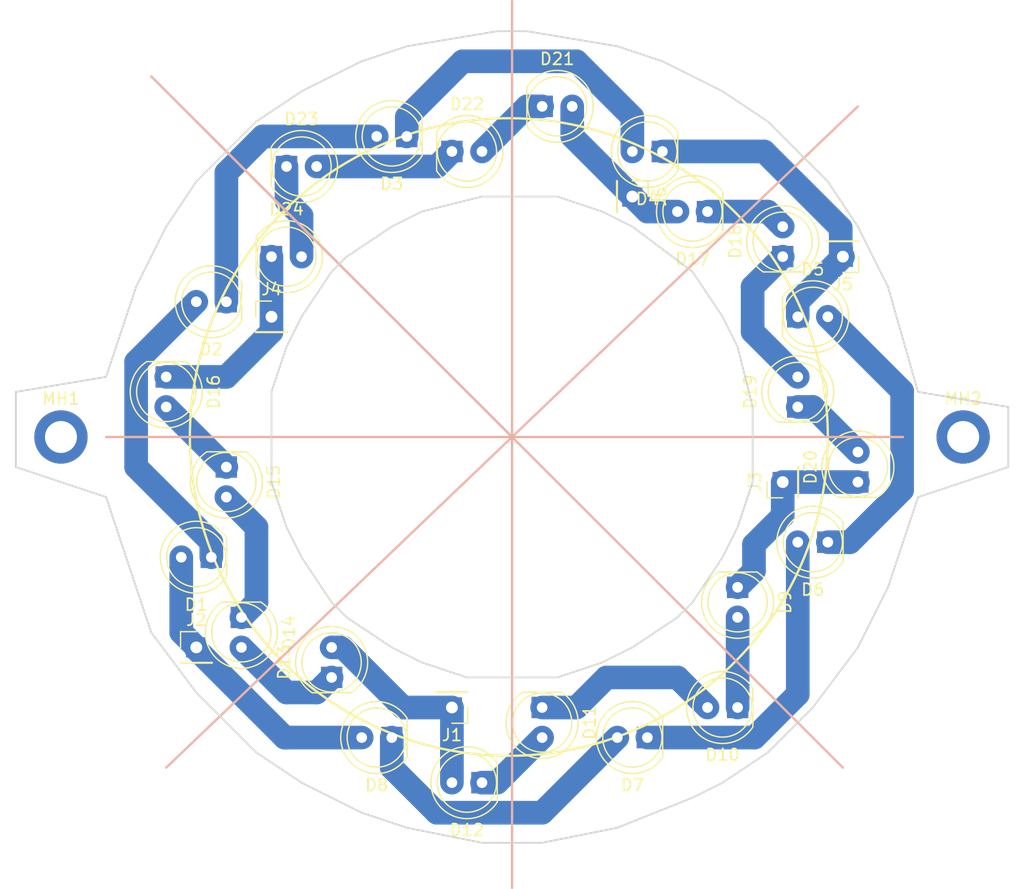
<source format=kicad_pcb>
(kicad_pcb (version 20171130) (host pcbnew "(5.0.0)")

  (general
    (thickness 1.6)
    (drawings 91)
    (tracks 87)
    (zones 0)
    (modules 32)
    (nets 25)
  )

  (page A4)
  (layers
    (0 F.Cu signal)
    (31 B.Cu signal)
    (32 B.Adhes user)
    (33 F.Adhes user)
    (34 B.Paste user)
    (35 F.Paste user)
    (36 B.SilkS user)
    (37 F.SilkS user)
    (38 B.Mask user)
    (39 F.Mask user)
    (40 Dwgs.User user)
    (41 Cmts.User user)
    (42 Eco1.User user)
    (43 Eco2.User user)
    (44 Edge.Cuts user)
    (45 Margin user)
    (46 B.CrtYd user)
    (47 F.CrtYd user)
    (48 B.Fab user)
    (49 F.Fab user)
  )

  (setup
    (last_trace_width 2)
    (trace_clearance 0.2)
    (zone_clearance 0.508)
    (zone_45_only no)
    (trace_min 0.2)
    (segment_width 0.15)
    (edge_width 0.15)
    (via_size 0.8)
    (via_drill 0.4)
    (via_min_size 0.4)
    (via_min_drill 0.3)
    (uvia_size 0.3)
    (uvia_drill 0.1)
    (uvias_allowed no)
    (uvia_min_size 0.2)
    (uvia_min_drill 0.1)
    (pcb_text_width 0.3)
    (pcb_text_size 1.5 1.5)
    (mod_edge_width 0.15)
    (mod_text_size 1 1)
    (mod_text_width 0.15)
    (pad_size 1.8 1.8)
    (pad_drill 0.9)
    (pad_to_mask_clearance 0.2)
    (aux_axis_origin 0 0)
    (visible_elements 7FFFFFFF)
    (pcbplotparams
      (layerselection 0x01000_fffffffe)
      (usegerberextensions false)
      (usegerberattributes false)
      (usegerberadvancedattributes false)
      (creategerberjobfile false)
      (excludeedgelayer false)
      (linewidth 0.100000)
      (plotframeref false)
      (viasonmask false)
      (mode 1)
      (useauxorigin false)
      (hpglpennumber 1)
      (hpglpenspeed 20)
      (hpglpendiameter 15.000000)
      (psnegative false)
      (psa4output false)
      (plotreference true)
      (plotvalue true)
      (plotinvisibletext false)
      (padsonsilk false)
      (subtractmaskfromsilk false)
      (outputformat 1)
      (mirror false)
      (drillshape 0)
      (scaleselection 1)
      (outputdirectory ""))
  )

  (net 0 "")
  (net 1 "Net-(D1-Pad1)")
  (net 2 "Net-(D1-Pad2)")
  (net 3 "Net-(D5-Pad2)")
  (net 4 "Net-(D6-Pad2)")
  (net 5 "Net-(D7-Pad2)")
  (net 6 "Net-(D10-Pad1)")
  (net 7 "Net-(D10-Pad2)")
  (net 8 "Net-(D11-Pad2)")
  (net 9 "Net-(D12-Pad2)")
  (net 10 "Net-(D13-Pad1)")
  (net 11 "Net-(D17-Pad2)")
  (net 12 "Net-(D17-Pad1)")
  (net 13 "Net-(D21-Pad1)")
  (net 14 "Net-(D22-Pad1)")
  (net 15 "Net-(D23-Pad1)")
  (net 16 "Net-(D2-Pad1)")
  (net 17 "Net-(D3-Pad1)")
  (net 18 "Net-(D4-Pad1)")
  (net 19 "Net-(D14-Pad1)")
  (net 20 "Net-(D15-Pad1)")
  (net 21 "Net-(D16-Pad1)")
  (net 22 "Net-(D20-Pad1)")
  (net 23 "Net-(D18-Pad1)")
  (net 24 "Net-(D19-Pad1)")

  (net_class Default "Esta es la clase de red por defecto."
    (clearance 0.2)
    (trace_width 2)
    (via_dia 0.8)
    (via_drill 0.4)
    (uvia_dia 0.3)
    (uvia_drill 0.1)
    (add_net "Net-(D1-Pad1)")
    (add_net "Net-(D1-Pad2)")
    (add_net "Net-(D10-Pad1)")
    (add_net "Net-(D10-Pad2)")
    (add_net "Net-(D11-Pad2)")
    (add_net "Net-(D12-Pad2)")
    (add_net "Net-(D13-Pad1)")
    (add_net "Net-(D14-Pad1)")
    (add_net "Net-(D15-Pad1)")
    (add_net "Net-(D16-Pad1)")
    (add_net "Net-(D17-Pad1)")
    (add_net "Net-(D17-Pad2)")
    (add_net "Net-(D18-Pad1)")
    (add_net "Net-(D19-Pad1)")
    (add_net "Net-(D2-Pad1)")
    (add_net "Net-(D20-Pad1)")
    (add_net "Net-(D21-Pad1)")
    (add_net "Net-(D22-Pad1)")
    (add_net "Net-(D23-Pad1)")
    (add_net "Net-(D3-Pad1)")
    (add_net "Net-(D4-Pad1)")
    (add_net "Net-(D5-Pad2)")
    (add_net "Net-(D6-Pad2)")
    (add_net "Net-(D7-Pad2)")
  )

  (module LED_THT:LED_D5.0mm_FlatTop (layer F.Cu) (tedit 5880A862) (tstamp 5C8102CC)
    (at 203.2 99.06 180)
    (descr "LED, Round, FlatTop, diameter 5.0mm, 2 pins, http://www.kingbright.com/attachments/file/psearch/000/00/00/L-483GDT(Ver.15B).pdf")
    (tags "LED Round FlatTop diameter 5.0mm 2 pins")
    (path /5C758038)
    (fp_text reference D1 (at 1.27 -4.01 180) (layer F.SilkS)
      (effects (font (size 1 1) (thickness 0.15)))
    )
    (fp_text value LED (at 1.27 4.01 180) (layer F.Fab)
      (effects (font (size 1 1) (thickness 0.15)))
    )
    (fp_arc (start 1.27 0) (end -1.23 -1.566046) (angle 295.9) (layer F.Fab) (width 0.1))
    (fp_arc (start 1.27 0) (end -1.29 -1.639512) (angle 147.4) (layer F.SilkS) (width 0.12))
    (fp_arc (start 1.27 0) (end -1.29 1.639512) (angle -147.4) (layer F.SilkS) (width 0.12))
    (fp_circle (center 1.27 0) (end 3.77 0) (layer F.Fab) (width 0.1))
    (fp_circle (center 1.27 0) (end 3.77 0) (layer F.SilkS) (width 0.12))
    (fp_line (start -1.23 -1.566046) (end -1.23 1.566046) (layer F.Fab) (width 0.1))
    (fp_line (start -1.29 -1.64) (end -1.29 1.64) (layer F.SilkS) (width 0.12))
    (fp_line (start -2 -3.3) (end -2 3.3) (layer F.CrtYd) (width 0.05))
    (fp_line (start -2 3.3) (end 4.55 3.3) (layer F.CrtYd) (width 0.05))
    (fp_line (start 4.55 3.3) (end 4.55 -3.3) (layer F.CrtYd) (width 0.05))
    (fp_line (start 4.55 -3.3) (end -2 -3.3) (layer F.CrtYd) (width 0.05))
    (pad 1 thru_hole rect (at 0 0 180) (size 1.8 1.8) (drill 0.9) (layers *.Cu *.Mask)
      (net 1 "Net-(D1-Pad1)"))
    (pad 2 thru_hole circle (at 2.54 0 180) (size 1.8 1.8) (drill 0.9) (layers *.Cu *.Mask)
      (net 2 "Net-(D1-Pad2)"))
    (model ${KISYS3DMOD}/LED_THT.3dshapes/LED_D5.0mm_FlatTop.wrl
      (at (xyz 0 0 0))
      (scale (xyz 1 1 1))
      (rotate (xyz 0 0 0))
    )
  )

  (module LED_THT:LED_D5.0mm_FlatTop (layer F.Cu) (tedit 5880A862) (tstamp 5C8102DD)
    (at 204.47 77.47 180)
    (descr "LED, Round, FlatTop, diameter 5.0mm, 2 pins, http://www.kingbright.com/attachments/file/psearch/000/00/00/L-483GDT(Ver.15B).pdf")
    (tags "LED Round FlatTop diameter 5.0mm 2 pins")
    (path /5C75803F)
    (fp_text reference D2 (at 1.27 -4.01 180) (layer F.SilkS)
      (effects (font (size 1 1) (thickness 0.15)))
    )
    (fp_text value LED (at 1.27 4.01 180) (layer F.Fab)
      (effects (font (size 1 1) (thickness 0.15)))
    )
    (fp_line (start 4.55 -3.3) (end -2 -3.3) (layer F.CrtYd) (width 0.05))
    (fp_line (start 4.55 3.3) (end 4.55 -3.3) (layer F.CrtYd) (width 0.05))
    (fp_line (start -2 3.3) (end 4.55 3.3) (layer F.CrtYd) (width 0.05))
    (fp_line (start -2 -3.3) (end -2 3.3) (layer F.CrtYd) (width 0.05))
    (fp_line (start -1.29 -1.64) (end -1.29 1.64) (layer F.SilkS) (width 0.12))
    (fp_line (start -1.23 -1.566046) (end -1.23 1.566046) (layer F.Fab) (width 0.1))
    (fp_circle (center 1.27 0) (end 3.77 0) (layer F.SilkS) (width 0.12))
    (fp_circle (center 1.27 0) (end 3.77 0) (layer F.Fab) (width 0.1))
    (fp_arc (start 1.27 0) (end -1.29 1.639512) (angle -147.4) (layer F.SilkS) (width 0.12))
    (fp_arc (start 1.27 0) (end -1.29 -1.639512) (angle 147.4) (layer F.SilkS) (width 0.12))
    (fp_arc (start 1.27 0) (end -1.23 -1.566046) (angle 295.9) (layer F.Fab) (width 0.1))
    (pad 2 thru_hole circle (at 2.54 0 180) (size 1.8 1.8) (drill 0.9) (layers *.Cu *.Mask)
      (net 1 "Net-(D1-Pad1)"))
    (pad 1 thru_hole rect (at 0 0 180) (size 1.8 1.8) (drill 0.9) (layers *.Cu *.Mask)
      (net 16 "Net-(D2-Pad1)"))
    (model ${KISYS3DMOD}/LED_THT.3dshapes/LED_D5.0mm_FlatTop.wrl
      (at (xyz 0 0 0))
      (scale (xyz 1 1 1))
      (rotate (xyz 0 0 0))
    )
  )

  (module LED_THT:LED_D5.0mm_FlatTop (layer F.Cu) (tedit 5880A862) (tstamp 5C8102EE)
    (at 219.71 63.5 180)
    (descr "LED, Round, FlatTop, diameter 5.0mm, 2 pins, http://www.kingbright.com/attachments/file/psearch/000/00/00/L-483GDT(Ver.15B).pdf")
    (tags "LED Round FlatTop diameter 5.0mm 2 pins")
    (path /5C758046)
    (fp_text reference D3 (at 1.27 -4.01 180) (layer F.SilkS)
      (effects (font (size 1 1) (thickness 0.15)))
    )
    (fp_text value LED (at 1.27 4.01 180) (layer F.Fab)
      (effects (font (size 1 1) (thickness 0.15)))
    )
    (fp_arc (start 1.27 0) (end -1.23 -1.566046) (angle 295.9) (layer F.Fab) (width 0.1))
    (fp_arc (start 1.27 0) (end -1.29 -1.639512) (angle 147.4) (layer F.SilkS) (width 0.12))
    (fp_arc (start 1.27 0) (end -1.29 1.639512) (angle -147.4) (layer F.SilkS) (width 0.12))
    (fp_circle (center 1.27 0) (end 3.77 0) (layer F.Fab) (width 0.1))
    (fp_circle (center 1.27 0) (end 3.77 0) (layer F.SilkS) (width 0.12))
    (fp_line (start -1.23 -1.566046) (end -1.23 1.566046) (layer F.Fab) (width 0.1))
    (fp_line (start -1.29 -1.64) (end -1.29 1.64) (layer F.SilkS) (width 0.12))
    (fp_line (start -2 -3.3) (end -2 3.3) (layer F.CrtYd) (width 0.05))
    (fp_line (start -2 3.3) (end 4.55 3.3) (layer F.CrtYd) (width 0.05))
    (fp_line (start 4.55 3.3) (end 4.55 -3.3) (layer F.CrtYd) (width 0.05))
    (fp_line (start 4.55 -3.3) (end -2 -3.3) (layer F.CrtYd) (width 0.05))
    (pad 1 thru_hole rect (at 0 0 180) (size 1.8 1.8) (drill 0.9) (layers *.Cu *.Mask)
      (net 17 "Net-(D3-Pad1)"))
    (pad 2 thru_hole circle (at 2.54 0 180) (size 1.8 1.8) (drill 0.9) (layers *.Cu *.Mask)
      (net 16 "Net-(D2-Pad1)"))
    (model ${KISYS3DMOD}/LED_THT.3dshapes/LED_D5.0mm_FlatTop.wrl
      (at (xyz 0 0 0))
      (scale (xyz 1 1 1))
      (rotate (xyz 0 0 0))
    )
  )

  (module LED_THT:LED_D5.0mm_FlatTop (layer F.Cu) (tedit 5880A862) (tstamp 5C8102FF)
    (at 241.3 64.77 180)
    (descr "LED, Round, FlatTop, diameter 5.0mm, 2 pins, http://www.kingbright.com/attachments/file/psearch/000/00/00/L-483GDT(Ver.15B).pdf")
    (tags "LED Round FlatTop diameter 5.0mm 2 pins")
    (path /5C75804D)
    (fp_text reference D4 (at 1.27 -4.01 180) (layer F.SilkS)
      (effects (font (size 1 1) (thickness 0.15)))
    )
    (fp_text value LED (at 1.27 4.01 180) (layer F.Fab)
      (effects (font (size 1 1) (thickness 0.15)))
    )
    (fp_line (start 4.55 -3.3) (end -2 -3.3) (layer F.CrtYd) (width 0.05))
    (fp_line (start 4.55 3.3) (end 4.55 -3.3) (layer F.CrtYd) (width 0.05))
    (fp_line (start -2 3.3) (end 4.55 3.3) (layer F.CrtYd) (width 0.05))
    (fp_line (start -2 -3.3) (end -2 3.3) (layer F.CrtYd) (width 0.05))
    (fp_line (start -1.29 -1.64) (end -1.29 1.64) (layer F.SilkS) (width 0.12))
    (fp_line (start -1.23 -1.566046) (end -1.23 1.566046) (layer F.Fab) (width 0.1))
    (fp_circle (center 1.27 0) (end 3.77 0) (layer F.SilkS) (width 0.12))
    (fp_circle (center 1.27 0) (end 3.77 0) (layer F.Fab) (width 0.1))
    (fp_arc (start 1.27 0) (end -1.29 1.639512) (angle -147.4) (layer F.SilkS) (width 0.12))
    (fp_arc (start 1.27 0) (end -1.29 -1.639512) (angle 147.4) (layer F.SilkS) (width 0.12))
    (fp_arc (start 1.27 0) (end -1.23 -1.566046) (angle 295.9) (layer F.Fab) (width 0.1))
    (pad 2 thru_hole circle (at 2.54 0 180) (size 1.8 1.8) (drill 0.9) (layers *.Cu *.Mask)
      (net 17 "Net-(D3-Pad1)"))
    (pad 1 thru_hole rect (at 0 0 180) (size 1.8 1.8) (drill 0.9) (layers *.Cu *.Mask)
      (net 18 "Net-(D4-Pad1)"))
    (model ${KISYS3DMOD}/LED_THT.3dshapes/LED_D5.0mm_FlatTop.wrl
      (at (xyz 0 0 0))
      (scale (xyz 1 1 1))
      (rotate (xyz 0 0 0))
    )
  )

  (module LED_THT:LED_D5.0mm_FlatTop (layer F.Cu) (tedit 5880A862) (tstamp 5C810310)
    (at 252.73 78.74)
    (descr "LED, Round, FlatTop, diameter 5.0mm, 2 pins, http://www.kingbright.com/attachments/file/psearch/000/00/00/L-483GDT(Ver.15B).pdf")
    (tags "LED Round FlatTop diameter 5.0mm 2 pins")
    (path /5C758054)
    (fp_text reference D5 (at 1.27 -4.01) (layer F.SilkS)
      (effects (font (size 1 1) (thickness 0.15)))
    )
    (fp_text value LED (at 1.27 4.01) (layer F.Fab)
      (effects (font (size 1 1) (thickness 0.15)))
    )
    (fp_arc (start 1.27 0) (end -1.23 -1.566046) (angle 295.9) (layer F.Fab) (width 0.1))
    (fp_arc (start 1.27 0) (end -1.29 -1.639512) (angle 147.4) (layer F.SilkS) (width 0.12))
    (fp_arc (start 1.27 0) (end -1.29 1.639512) (angle -147.4) (layer F.SilkS) (width 0.12))
    (fp_circle (center 1.27 0) (end 3.77 0) (layer F.Fab) (width 0.1))
    (fp_circle (center 1.27 0) (end 3.77 0) (layer F.SilkS) (width 0.12))
    (fp_line (start -1.23 -1.566046) (end -1.23 1.566046) (layer F.Fab) (width 0.1))
    (fp_line (start -1.29 -1.64) (end -1.29 1.64) (layer F.SilkS) (width 0.12))
    (fp_line (start -2 -3.3) (end -2 3.3) (layer F.CrtYd) (width 0.05))
    (fp_line (start -2 3.3) (end 4.55 3.3) (layer F.CrtYd) (width 0.05))
    (fp_line (start 4.55 3.3) (end 4.55 -3.3) (layer F.CrtYd) (width 0.05))
    (fp_line (start 4.55 -3.3) (end -2 -3.3) (layer F.CrtYd) (width 0.05))
    (pad 1 thru_hole rect (at 0 0) (size 1.8 1.8) (drill 0.9) (layers *.Cu *.Mask)
      (net 18 "Net-(D4-Pad1)"))
    (pad 2 thru_hole circle (at 2.54 0) (size 1.8 1.8) (drill 0.9) (layers *.Cu *.Mask)
      (net 3 "Net-(D5-Pad2)"))
    (model ${KISYS3DMOD}/LED_THT.3dshapes/LED_D5.0mm_FlatTop.wrl
      (at (xyz 0 0 0))
      (scale (xyz 1 1 1))
      (rotate (xyz 0 0 0))
    )
  )

  (module LED_THT:LED_D5.0mm_FlatTop (layer F.Cu) (tedit 5880A862) (tstamp 5C810321)
    (at 255.27 97.79 180)
    (descr "LED, Round, FlatTop, diameter 5.0mm, 2 pins, http://www.kingbright.com/attachments/file/psearch/000/00/00/L-483GDT(Ver.15B).pdf")
    (tags "LED Round FlatTop diameter 5.0mm 2 pins")
    (path /5C75805B)
    (fp_text reference D6 (at 1.27 -4.01 180) (layer F.SilkS)
      (effects (font (size 1 1) (thickness 0.15)))
    )
    (fp_text value LED (at 1.27 4.01 180) (layer F.Fab)
      (effects (font (size 1 1) (thickness 0.15)))
    )
    (fp_line (start 4.55 -3.3) (end -2 -3.3) (layer F.CrtYd) (width 0.05))
    (fp_line (start 4.55 3.3) (end 4.55 -3.3) (layer F.CrtYd) (width 0.05))
    (fp_line (start -2 3.3) (end 4.55 3.3) (layer F.CrtYd) (width 0.05))
    (fp_line (start -2 -3.3) (end -2 3.3) (layer F.CrtYd) (width 0.05))
    (fp_line (start -1.29 -1.64) (end -1.29 1.64) (layer F.SilkS) (width 0.12))
    (fp_line (start -1.23 -1.566046) (end -1.23 1.566046) (layer F.Fab) (width 0.1))
    (fp_circle (center 1.27 0) (end 3.77 0) (layer F.SilkS) (width 0.12))
    (fp_circle (center 1.27 0) (end 3.77 0) (layer F.Fab) (width 0.1))
    (fp_arc (start 1.27 0) (end -1.29 1.639512) (angle -147.4) (layer F.SilkS) (width 0.12))
    (fp_arc (start 1.27 0) (end -1.29 -1.639512) (angle 147.4) (layer F.SilkS) (width 0.12))
    (fp_arc (start 1.27 0) (end -1.23 -1.566046) (angle 295.9) (layer F.Fab) (width 0.1))
    (pad 2 thru_hole circle (at 2.54 0 180) (size 1.8 1.8) (drill 0.9) (layers *.Cu *.Mask)
      (net 4 "Net-(D6-Pad2)"))
    (pad 1 thru_hole rect (at 0 0 180) (size 1.8 1.8) (drill 0.9) (layers *.Cu *.Mask)
      (net 3 "Net-(D5-Pad2)"))
    (model ${KISYS3DMOD}/LED_THT.3dshapes/LED_D5.0mm_FlatTop.wrl
      (at (xyz 0 0 0))
      (scale (xyz 1 1 1))
      (rotate (xyz 0 0 0))
    )
  )

  (module LED_THT:LED_D5.0mm_FlatTop (layer F.Cu) (tedit 5880A862) (tstamp 5C810332)
    (at 240.03 114.3 180)
    (descr "LED, Round, FlatTop, diameter 5.0mm, 2 pins, http://www.kingbright.com/attachments/file/psearch/000/00/00/L-483GDT(Ver.15B).pdf")
    (tags "LED Round FlatTop diameter 5.0mm 2 pins")
    (path /5C758062)
    (fp_text reference D7 (at 1.27 -4.01 180) (layer F.SilkS)
      (effects (font (size 1 1) (thickness 0.15)))
    )
    (fp_text value LED (at 1.27 4.01 180) (layer F.Fab)
      (effects (font (size 1 1) (thickness 0.15)))
    )
    (fp_line (start 4.55 -3.3) (end -2 -3.3) (layer F.CrtYd) (width 0.05))
    (fp_line (start 4.55 3.3) (end 4.55 -3.3) (layer F.CrtYd) (width 0.05))
    (fp_line (start -2 3.3) (end 4.55 3.3) (layer F.CrtYd) (width 0.05))
    (fp_line (start -2 -3.3) (end -2 3.3) (layer F.CrtYd) (width 0.05))
    (fp_line (start -1.29 -1.64) (end -1.29 1.64) (layer F.SilkS) (width 0.12))
    (fp_line (start -1.23 -1.566046) (end -1.23 1.566046) (layer F.Fab) (width 0.1))
    (fp_circle (center 1.27 0) (end 3.77 0) (layer F.SilkS) (width 0.12))
    (fp_circle (center 1.27 0) (end 3.77 0) (layer F.Fab) (width 0.1))
    (fp_arc (start 1.27 0) (end -1.29 1.639512) (angle -147.4) (layer F.SilkS) (width 0.12))
    (fp_arc (start 1.27 0) (end -1.29 -1.639512) (angle 147.4) (layer F.SilkS) (width 0.12))
    (fp_arc (start 1.27 0) (end -1.23 -1.566046) (angle 295.9) (layer F.Fab) (width 0.1))
    (pad 2 thru_hole circle (at 2.54 0 180) (size 1.8 1.8) (drill 0.9) (layers *.Cu *.Mask)
      (net 5 "Net-(D7-Pad2)"))
    (pad 1 thru_hole rect (at 0 0 180) (size 1.8 1.8) (drill 0.9) (layers *.Cu *.Mask)
      (net 4 "Net-(D6-Pad2)"))
    (model ${KISYS3DMOD}/LED_THT.3dshapes/LED_D5.0mm_FlatTop.wrl
      (at (xyz 0 0 0))
      (scale (xyz 1 1 1))
      (rotate (xyz 0 0 0))
    )
  )

  (module LED_THT:LED_D5.0mm_FlatTop (layer F.Cu) (tedit 5880A862) (tstamp 5C810343)
    (at 218.44 114.3 180)
    (descr "LED, Round, FlatTop, diameter 5.0mm, 2 pins, http://www.kingbright.com/attachments/file/psearch/000/00/00/L-483GDT(Ver.15B).pdf")
    (tags "LED Round FlatTop diameter 5.0mm 2 pins")
    (path /5C758069)
    (fp_text reference D8 (at 1.27 -4.01 180) (layer F.SilkS)
      (effects (font (size 1 1) (thickness 0.15)))
    )
    (fp_text value LED (at 1.27 4.01 180) (layer F.Fab)
      (effects (font (size 1 1) (thickness 0.15)))
    )
    (fp_line (start 4.55 -3.3) (end -2 -3.3) (layer F.CrtYd) (width 0.05))
    (fp_line (start 4.55 3.3) (end 4.55 -3.3) (layer F.CrtYd) (width 0.05))
    (fp_line (start -2 3.3) (end 4.55 3.3) (layer F.CrtYd) (width 0.05))
    (fp_line (start -2 -3.3) (end -2 3.3) (layer F.CrtYd) (width 0.05))
    (fp_line (start -1.29 -1.64) (end -1.29 1.64) (layer F.SilkS) (width 0.12))
    (fp_line (start -1.23 -1.566046) (end -1.23 1.566046) (layer F.Fab) (width 0.1))
    (fp_circle (center 1.27 0) (end 3.77 0) (layer F.SilkS) (width 0.12))
    (fp_circle (center 1.27 0) (end 3.77 0) (layer F.Fab) (width 0.1))
    (fp_arc (start 1.27 0) (end -1.29 1.639512) (angle -147.4) (layer F.SilkS) (width 0.12))
    (fp_arc (start 1.27 0) (end -1.29 -1.639512) (angle 147.4) (layer F.SilkS) (width 0.12))
    (fp_arc (start 1.27 0) (end -1.23 -1.566046) (angle 295.9) (layer F.Fab) (width 0.1))
    (pad 2 thru_hole circle (at 2.54 0 180) (size 1.8 1.8) (drill 0.9) (layers *.Cu *.Mask)
      (net 2 "Net-(D1-Pad2)"))
    (pad 1 thru_hole rect (at 0 0 180) (size 1.8 1.8) (drill 0.9) (layers *.Cu *.Mask)
      (net 5 "Net-(D7-Pad2)"))
    (model ${KISYS3DMOD}/LED_THT.3dshapes/LED_D5.0mm_FlatTop.wrl
      (at (xyz 0 0 0))
      (scale (xyz 1 1 1))
      (rotate (xyz 0 0 0))
    )
  )

  (module LED_THT:LED_D5.0mm_FlatTop (layer F.Cu) (tedit 5880A862) (tstamp 5C810354)
    (at 247.65 101.6 270)
    (descr "LED, Round, FlatTop, diameter 5.0mm, 2 pins, http://www.kingbright.com/attachments/file/psearch/000/00/00/L-483GDT(Ver.15B).pdf")
    (tags "LED Round FlatTop diameter 5.0mm 2 pins")
    (path /5C756A69)
    (fp_text reference D9 (at 1.27 -4.01 270) (layer F.SilkS)
      (effects (font (size 1 1) (thickness 0.15)))
    )
    (fp_text value LED (at 1.27 4.01 270) (layer F.Fab)
      (effects (font (size 1 1) (thickness 0.15)))
    )
    (fp_line (start 4.55 -3.3) (end -2 -3.3) (layer F.CrtYd) (width 0.05))
    (fp_line (start 4.55 3.3) (end 4.55 -3.3) (layer F.CrtYd) (width 0.05))
    (fp_line (start -2 3.3) (end 4.55 3.3) (layer F.CrtYd) (width 0.05))
    (fp_line (start -2 -3.3) (end -2 3.3) (layer F.CrtYd) (width 0.05))
    (fp_line (start -1.29 -1.64) (end -1.29 1.64) (layer F.SilkS) (width 0.12))
    (fp_line (start -1.23 -1.566046) (end -1.23 1.566046) (layer F.Fab) (width 0.1))
    (fp_circle (center 1.27 0) (end 3.77 0) (layer F.SilkS) (width 0.12))
    (fp_circle (center 1.27 0) (end 3.77 0) (layer F.Fab) (width 0.1))
    (fp_arc (start 1.27 0) (end -1.29 1.639512) (angle -147.4) (layer F.SilkS) (width 0.12))
    (fp_arc (start 1.27 0) (end -1.29 -1.639512) (angle 147.4) (layer F.SilkS) (width 0.12))
    (fp_arc (start 1.27 0) (end -1.23 -1.566046) (angle 295.9) (layer F.Fab) (width 0.1))
    (pad 2 thru_hole circle (at 2.54 0 270) (size 1.8 1.8) (drill 0.9) (layers *.Cu *.Mask)
      (net 6 "Net-(D10-Pad1)"))
    (pad 1 thru_hole rect (at 0 0 270) (size 1.8 1.8) (drill 0.9) (layers *.Cu *.Mask)
      (net 22 "Net-(D20-Pad1)"))
    (model ${KISYS3DMOD}/LED_THT.3dshapes/LED_D5.0mm_FlatTop.wrl
      (at (xyz 0 0 0))
      (scale (xyz 1 1 1))
      (rotate (xyz 0 0 0))
    )
  )

  (module LED_THT:LED_D5.0mm_FlatTop (layer F.Cu) (tedit 5880A862) (tstamp 5C810365)
    (at 247.65 111.76 180)
    (descr "LED, Round, FlatTop, diameter 5.0mm, 2 pins, http://www.kingbright.com/attachments/file/psearch/000/00/00/L-483GDT(Ver.15B).pdf")
    (tags "LED Round FlatTop diameter 5.0mm 2 pins")
    (path /5C756ACB)
    (fp_text reference D10 (at 1.27 -4.01 180) (layer F.SilkS)
      (effects (font (size 1 1) (thickness 0.15)))
    )
    (fp_text value LED (at 1.27 4.01 180) (layer F.Fab)
      (effects (font (size 1 1) (thickness 0.15)))
    )
    (fp_arc (start 1.27 0) (end -1.23 -1.566046) (angle 295.9) (layer F.Fab) (width 0.1))
    (fp_arc (start 1.27 0) (end -1.29 -1.639512) (angle 147.4) (layer F.SilkS) (width 0.12))
    (fp_arc (start 1.27 0) (end -1.29 1.639512) (angle -147.4) (layer F.SilkS) (width 0.12))
    (fp_circle (center 1.27 0) (end 3.77 0) (layer F.Fab) (width 0.1))
    (fp_circle (center 1.27 0) (end 3.77 0) (layer F.SilkS) (width 0.12))
    (fp_line (start -1.23 -1.566046) (end -1.23 1.566046) (layer F.Fab) (width 0.1))
    (fp_line (start -1.29 -1.64) (end -1.29 1.64) (layer F.SilkS) (width 0.12))
    (fp_line (start -2 -3.3) (end -2 3.3) (layer F.CrtYd) (width 0.05))
    (fp_line (start -2 3.3) (end 4.55 3.3) (layer F.CrtYd) (width 0.05))
    (fp_line (start 4.55 3.3) (end 4.55 -3.3) (layer F.CrtYd) (width 0.05))
    (fp_line (start 4.55 -3.3) (end -2 -3.3) (layer F.CrtYd) (width 0.05))
    (pad 1 thru_hole rect (at 0 0 180) (size 1.8 1.8) (drill 0.9) (layers *.Cu *.Mask)
      (net 6 "Net-(D10-Pad1)"))
    (pad 2 thru_hole circle (at 2.54 0 180) (size 1.8 1.8) (drill 0.9) (layers *.Cu *.Mask)
      (net 7 "Net-(D10-Pad2)"))
    (model ${KISYS3DMOD}/LED_THT.3dshapes/LED_D5.0mm_FlatTop.wrl
      (at (xyz 0 0 0))
      (scale (xyz 1 1 1))
      (rotate (xyz 0 0 0))
    )
  )

  (module LED_THT:LED_D5.0mm_FlatTop (layer F.Cu) (tedit 5880A862) (tstamp 5C810376)
    (at 231.14 111.76 270)
    (descr "LED, Round, FlatTop, diameter 5.0mm, 2 pins, http://www.kingbright.com/attachments/file/psearch/000/00/00/L-483GDT(Ver.15B).pdf")
    (tags "LED Round FlatTop diameter 5.0mm 2 pins")
    (path /5C756AFB)
    (fp_text reference D11 (at 1.27 -4.01 270) (layer F.SilkS)
      (effects (font (size 1 1) (thickness 0.15)))
    )
    (fp_text value LED (at 1.27 4.01 270) (layer F.Fab)
      (effects (font (size 1 1) (thickness 0.15)))
    )
    (fp_arc (start 1.27 0) (end -1.23 -1.566046) (angle 295.9) (layer F.Fab) (width 0.1))
    (fp_arc (start 1.27 0) (end -1.29 -1.639512) (angle 147.4) (layer F.SilkS) (width 0.12))
    (fp_arc (start 1.27 0) (end -1.29 1.639512) (angle -147.4) (layer F.SilkS) (width 0.12))
    (fp_circle (center 1.27 0) (end 3.77 0) (layer F.Fab) (width 0.1))
    (fp_circle (center 1.27 0) (end 3.77 0) (layer F.SilkS) (width 0.12))
    (fp_line (start -1.23 -1.566046) (end -1.23 1.566046) (layer F.Fab) (width 0.1))
    (fp_line (start -1.29 -1.64) (end -1.29 1.64) (layer F.SilkS) (width 0.12))
    (fp_line (start -2 -3.3) (end -2 3.3) (layer F.CrtYd) (width 0.05))
    (fp_line (start -2 3.3) (end 4.55 3.3) (layer F.CrtYd) (width 0.05))
    (fp_line (start 4.55 3.3) (end 4.55 -3.3) (layer F.CrtYd) (width 0.05))
    (fp_line (start 4.55 -3.3) (end -2 -3.3) (layer F.CrtYd) (width 0.05))
    (pad 1 thru_hole rect (at 0 0 270) (size 1.8 1.8) (drill 0.9) (layers *.Cu *.Mask)
      (net 7 "Net-(D10-Pad2)"))
    (pad 2 thru_hole circle (at 2.54 0 270) (size 1.8 1.8) (drill 0.9) (layers *.Cu *.Mask)
      (net 8 "Net-(D11-Pad2)"))
    (model ${KISYS3DMOD}/LED_THT.3dshapes/LED_D5.0mm_FlatTop.wrl
      (at (xyz 0 0 0))
      (scale (xyz 1 1 1))
      (rotate (xyz 0 0 0))
    )
  )

  (module LED_THT:LED_D5.0mm_FlatTop (layer F.Cu) (tedit 5880A862) (tstamp 5C810387)
    (at 226.06 118.11 180)
    (descr "LED, Round, FlatTop, diameter 5.0mm, 2 pins, http://www.kingbright.com/attachments/file/psearch/000/00/00/L-483GDT(Ver.15B).pdf")
    (tags "LED Round FlatTop diameter 5.0mm 2 pins")
    (path /5C756B2D)
    (fp_text reference D12 (at 1.27 -4.01 180) (layer F.SilkS)
      (effects (font (size 1 1) (thickness 0.15)))
    )
    (fp_text value LED (at 1.27 4.01 180) (layer F.Fab)
      (effects (font (size 1 1) (thickness 0.15)))
    )
    (fp_line (start 4.55 -3.3) (end -2 -3.3) (layer F.CrtYd) (width 0.05))
    (fp_line (start 4.55 3.3) (end 4.55 -3.3) (layer F.CrtYd) (width 0.05))
    (fp_line (start -2 3.3) (end 4.55 3.3) (layer F.CrtYd) (width 0.05))
    (fp_line (start -2 -3.3) (end -2 3.3) (layer F.CrtYd) (width 0.05))
    (fp_line (start -1.29 -1.64) (end -1.29 1.64) (layer F.SilkS) (width 0.12))
    (fp_line (start -1.23 -1.566046) (end -1.23 1.566046) (layer F.Fab) (width 0.1))
    (fp_circle (center 1.27 0) (end 3.77 0) (layer F.SilkS) (width 0.12))
    (fp_circle (center 1.27 0) (end 3.77 0) (layer F.Fab) (width 0.1))
    (fp_arc (start 1.27 0) (end -1.29 1.639512) (angle -147.4) (layer F.SilkS) (width 0.12))
    (fp_arc (start 1.27 0) (end -1.29 -1.639512) (angle 147.4) (layer F.SilkS) (width 0.12))
    (fp_arc (start 1.27 0) (end -1.23 -1.566046) (angle 295.9) (layer F.Fab) (width 0.1))
    (pad 2 thru_hole circle (at 2.54 0 180) (size 1.8 1.8) (drill 0.9) (layers *.Cu *.Mask)
      (net 9 "Net-(D12-Pad2)"))
    (pad 1 thru_hole rect (at 0 0 180) (size 1.8 1.8) (drill 0.9) (layers *.Cu *.Mask)
      (net 8 "Net-(D11-Pad2)"))
    (model ${KISYS3DMOD}/LED_THT.3dshapes/LED_D5.0mm_FlatTop.wrl
      (at (xyz 0 0 0))
      (scale (xyz 1 1 1))
      (rotate (xyz 0 0 0))
    )
  )

  (module LED_THT:LED_D5.0mm_FlatTop (layer F.Cu) (tedit 5880A862) (tstamp 5C810398)
    (at 213.36 109.22 90)
    (descr "LED, Round, FlatTop, diameter 5.0mm, 2 pins, http://www.kingbright.com/attachments/file/psearch/000/00/00/L-483GDT(Ver.15B).pdf")
    (tags "LED Round FlatTop diameter 5.0mm 2 pins")
    (path /5C756B63)
    (fp_text reference D13 (at 1.27 -4.01 90) (layer F.SilkS)
      (effects (font (size 1 1) (thickness 0.15)))
    )
    (fp_text value LED (at 1.27 4.01 90) (layer F.Fab)
      (effects (font (size 1 1) (thickness 0.15)))
    )
    (fp_arc (start 1.27 0) (end -1.23 -1.566046) (angle 295.9) (layer F.Fab) (width 0.1))
    (fp_arc (start 1.27 0) (end -1.29 -1.639512) (angle 147.4) (layer F.SilkS) (width 0.12))
    (fp_arc (start 1.27 0) (end -1.29 1.639512) (angle -147.4) (layer F.SilkS) (width 0.12))
    (fp_circle (center 1.27 0) (end 3.77 0) (layer F.Fab) (width 0.1))
    (fp_circle (center 1.27 0) (end 3.77 0) (layer F.SilkS) (width 0.12))
    (fp_line (start -1.23 -1.566046) (end -1.23 1.566046) (layer F.Fab) (width 0.1))
    (fp_line (start -1.29 -1.64) (end -1.29 1.64) (layer F.SilkS) (width 0.12))
    (fp_line (start -2 -3.3) (end -2 3.3) (layer F.CrtYd) (width 0.05))
    (fp_line (start -2 3.3) (end 4.55 3.3) (layer F.CrtYd) (width 0.05))
    (fp_line (start 4.55 3.3) (end 4.55 -3.3) (layer F.CrtYd) (width 0.05))
    (fp_line (start 4.55 -3.3) (end -2 -3.3) (layer F.CrtYd) (width 0.05))
    (pad 1 thru_hole rect (at 0 0 90) (size 1.8 1.8) (drill 0.9) (layers *.Cu *.Mask)
      (net 10 "Net-(D13-Pad1)"))
    (pad 2 thru_hole circle (at 2.54 0 90) (size 1.8 1.8) (drill 0.9) (layers *.Cu *.Mask)
      (net 9 "Net-(D12-Pad2)"))
    (model ${KISYS3DMOD}/LED_THT.3dshapes/LED_D5.0mm_FlatTop.wrl
      (at (xyz 0 0 0))
      (scale (xyz 1 1 1))
      (rotate (xyz 0 0 0))
    )
  )

  (module LED_THT:LED_D5.0mm_FlatTop (layer F.Cu) (tedit 5880A862) (tstamp 5C8103A9)
    (at 205.74 104.14 270)
    (descr "LED, Round, FlatTop, diameter 5.0mm, 2 pins, http://www.kingbright.com/attachments/file/psearch/000/00/00/L-483GDT(Ver.15B).pdf")
    (tags "LED Round FlatTop diameter 5.0mm 2 pins")
    (path /5C756B9D)
    (fp_text reference D14 (at 1.27 -4.01 270) (layer F.SilkS)
      (effects (font (size 1 1) (thickness 0.15)))
    )
    (fp_text value LED (at 1.27 4.01 270) (layer F.Fab)
      (effects (font (size 1 1) (thickness 0.15)))
    )
    (fp_line (start 4.55 -3.3) (end -2 -3.3) (layer F.CrtYd) (width 0.05))
    (fp_line (start 4.55 3.3) (end 4.55 -3.3) (layer F.CrtYd) (width 0.05))
    (fp_line (start -2 3.3) (end 4.55 3.3) (layer F.CrtYd) (width 0.05))
    (fp_line (start -2 -3.3) (end -2 3.3) (layer F.CrtYd) (width 0.05))
    (fp_line (start -1.29 -1.64) (end -1.29 1.64) (layer F.SilkS) (width 0.12))
    (fp_line (start -1.23 -1.566046) (end -1.23 1.566046) (layer F.Fab) (width 0.1))
    (fp_circle (center 1.27 0) (end 3.77 0) (layer F.SilkS) (width 0.12))
    (fp_circle (center 1.27 0) (end 3.77 0) (layer F.Fab) (width 0.1))
    (fp_arc (start 1.27 0) (end -1.29 1.639512) (angle -147.4) (layer F.SilkS) (width 0.12))
    (fp_arc (start 1.27 0) (end -1.29 -1.639512) (angle 147.4) (layer F.SilkS) (width 0.12))
    (fp_arc (start 1.27 0) (end -1.23 -1.566046) (angle 295.9) (layer F.Fab) (width 0.1))
    (pad 2 thru_hole circle (at 2.54 0 270) (size 1.8 1.8) (drill 0.9) (layers *.Cu *.Mask)
      (net 10 "Net-(D13-Pad1)"))
    (pad 1 thru_hole rect (at 0 0 270) (size 1.8 1.8) (drill 0.9) (layers *.Cu *.Mask)
      (net 19 "Net-(D14-Pad1)"))
    (model ${KISYS3DMOD}/LED_THT.3dshapes/LED_D5.0mm_FlatTop.wrl
      (at (xyz 0 0 0))
      (scale (xyz 1 1 1))
      (rotate (xyz 0 0 0))
    )
  )

  (module LED_THT:LED_D5.0mm_FlatTop (layer F.Cu) (tedit 5D66C9A9) (tstamp 5C8103CB)
    (at 199.39 83.82 270)
    (descr "LED, Round, FlatTop, diameter 5.0mm, 2 pins, http://www.kingbright.com/attachments/file/psearch/000/00/00/L-483GDT(Ver.15B).pdf")
    (tags "LED Round FlatTop diameter 5.0mm 2 pins")
    (path /5C756C21)
    (fp_text reference D16 (at 1.27 -4.01 270) (layer F.SilkS)
      (effects (font (size 1 1) (thickness 0.15)))
    )
    (fp_text value LED (at 1.27 4.01 270) (layer F.Fab)
      (effects (font (size 1 1) (thickness 0.15)))
    )
    (fp_line (start 4.55 -3.3) (end -2 -3.3) (layer F.CrtYd) (width 0.05))
    (fp_line (start 4.55 3.3) (end 4.55 -3.3) (layer F.CrtYd) (width 0.05))
    (fp_line (start -2 3.3) (end 4.55 3.3) (layer F.CrtYd) (width 0.05))
    (fp_line (start -2 -3.3) (end -2 3.3) (layer F.CrtYd) (width 0.05))
    (fp_line (start -1.29 -1.64) (end -1.29 1.64) (layer F.SilkS) (width 0.12))
    (fp_line (start -1.23 -1.566046) (end -1.23 1.566046) (layer F.Fab) (width 0.1))
    (fp_circle (center 1.27 0) (end 3.77 0) (layer F.SilkS) (width 0.12))
    (fp_circle (center 1.27 0) (end 3.77 0) (layer F.Fab) (width 0.1))
    (fp_arc (start 1.27 0) (end -1.29 1.639512) (angle -147.4) (layer F.SilkS) (width 0.12))
    (fp_arc (start 1.27 0) (end -1.29 -1.639512) (angle 147.4) (layer F.SilkS) (width 0.12))
    (fp_arc (start 1.27 0) (end -1.23 -1.566046) (angle 295.9) (layer F.Fab) (width 0.1))
    (pad 2 thru_hole circle (at 2.54 0 270) (size 1.8 1.8) (drill 0.9) (layers *.Cu *.Mask)
      (net 20 "Net-(D15-Pad1)"))
    (pad 1 thru_hole rect (at 0 0 270) (size 1.8 1.8) (drill 0.9) (layers *.Cu *.Mask)
      (net 21 "Net-(D16-Pad1)"))
    (model ${KISYS3DMOD}/LED_THT.3dshapes/LED_D5.0mm_FlatTop.wrl
      (at (xyz 0 0 0))
      (scale (xyz 1 1 1))
      (rotate (xyz 0 0 0))
    )
  )

  (module MountingHole:MountingHole_2.7mm_M2.5_ISO14580_Pad (layer F.Cu) (tedit 56D1B4CB) (tstamp 5D722F82)
    (at 190.5 88.9)
    (descr "Mounting Hole 2.7mm, M2.5, ISO14580")
    (tags "mounting hole 2.7mm m2.5 iso14580")
    (path /5D657998)
    (attr virtual)
    (fp_text reference MH1 (at 0 -3.25) (layer F.SilkS)
      (effects (font (size 1 1) (thickness 0.15)))
    )
    (fp_text value MountingHole (at 0 3.25) (layer F.Fab)
      (effects (font (size 1 1) (thickness 0.15)))
    )
    (fp_circle (center 0 0) (end 2.5 0) (layer F.CrtYd) (width 0.05))
    (fp_circle (center 0 0) (end 2.25 0) (layer Cmts.User) (width 0.15))
    (fp_text user %R (at 0.3 0) (layer F.Fab)
      (effects (font (size 1 1) (thickness 0.15)))
    )
    (pad 1 thru_hole circle (at 0 0) (size 4.5 4.5) (drill 2.7) (layers *.Cu *.Mask))
  )

  (module MountingHole:MountingHole_2.7mm_M2.5_ISO14580_Pad (layer F.Cu) (tedit 56D1B4CB) (tstamp 5D722F89)
    (at 266.7 88.9)
    (descr "Mounting Hole 2.7mm, M2.5, ISO14580")
    (tags "mounting hole 2.7mm m2.5 iso14580")
    (path /5D657A2D)
    (attr virtual)
    (fp_text reference MH2 (at 0 -3.25) (layer F.SilkS)
      (effects (font (size 1 1) (thickness 0.15)))
    )
    (fp_text value MountingHole (at 0 3.25) (layer F.Fab)
      (effects (font (size 1 1) (thickness 0.15)))
    )
    (fp_text user %R (at 0.3 0) (layer F.Fab)
      (effects (font (size 1 1) (thickness 0.15)))
    )
    (fp_circle (center 0 0) (end 2.25 0) (layer Cmts.User) (width 0.15))
    (fp_circle (center 0 0) (end 2.5 0) (layer F.CrtYd) (width 0.05))
    (pad 1 thru_hole circle (at 0 0) (size 4.5 4.5) (drill 2.7) (layers *.Cu *.Mask))
  )

  (module LED_THT:LED_D5.0mm_FlatTop (layer F.Cu) (tedit 5880A862) (tstamp 5D723A04)
    (at 204.47 91.44 270)
    (descr "LED, Round, FlatTop, diameter 5.0mm, 2 pins, http://www.kingbright.com/attachments/file/psearch/000/00/00/L-483GDT(Ver.15B).pdf")
    (tags "LED Round FlatTop diameter 5.0mm 2 pins")
    (path /5C756BD9)
    (fp_text reference D15 (at 1.27 -4.01 270) (layer F.SilkS)
      (effects (font (size 1 1) (thickness 0.15)))
    )
    (fp_text value LED (at 1.27 4.01 270) (layer F.Fab)
      (effects (font (size 1 1) (thickness 0.15)))
    )
    (fp_arc (start 1.27 0) (end -1.23 -1.566046) (angle 295.9) (layer F.Fab) (width 0.1))
    (fp_arc (start 1.27 0) (end -1.29 -1.639512) (angle 147.4) (layer F.SilkS) (width 0.12))
    (fp_arc (start 1.27 0) (end -1.29 1.639512) (angle -147.4) (layer F.SilkS) (width 0.12))
    (fp_circle (center 1.27 0) (end 3.77 0) (layer F.Fab) (width 0.1))
    (fp_circle (center 1.27 0) (end 3.77 0) (layer F.SilkS) (width 0.12))
    (fp_line (start -1.23 -1.566046) (end -1.23 1.566046) (layer F.Fab) (width 0.1))
    (fp_line (start -1.29 -1.64) (end -1.29 1.64) (layer F.SilkS) (width 0.12))
    (fp_line (start -2 -3.3) (end -2 3.3) (layer F.CrtYd) (width 0.05))
    (fp_line (start -2 3.3) (end 4.55 3.3) (layer F.CrtYd) (width 0.05))
    (fp_line (start 4.55 3.3) (end 4.55 -3.3) (layer F.CrtYd) (width 0.05))
    (fp_line (start 4.55 -3.3) (end -2 -3.3) (layer F.CrtYd) (width 0.05))
    (pad 1 thru_hole rect (at 0 0 270) (size 1.8 1.8) (drill 0.9) (layers *.Cu *.Mask)
      (net 20 "Net-(D15-Pad1)"))
    (pad 2 thru_hole circle (at 2.54 0 270) (size 1.8 1.8) (drill 0.9) (layers *.Cu *.Mask)
      (net 19 "Net-(D14-Pad1)"))
    (model ${KISYS3DMOD}/LED_THT.3dshapes/LED_D5.0mm_FlatTop.wrl
      (at (xyz 0 0 0))
      (scale (xyz 1 1 1))
      (rotate (xyz 0 0 0))
    )
  )

  (module LED_THT:LED_D5.0mm_FlatTop (layer F.Cu) (tedit 5880A862) (tstamp 5D7B08DD)
    (at 245.11 69.85 180)
    (descr "LED, Round, FlatTop, diameter 5.0mm, 2 pins, http://www.kingbright.com/attachments/file/psearch/000/00/00/L-483GDT(Ver.15B).pdf")
    (tags "LED Round FlatTop diameter 5.0mm 2 pins")
    (path /5D6EC838)
    (fp_text reference D17 (at 1.27 -4.01 180) (layer F.SilkS)
      (effects (font (size 1 1) (thickness 0.15)))
    )
    (fp_text value LED (at 1.27 4.01 180) (layer F.Fab)
      (effects (font (size 1 1) (thickness 0.15)))
    )
    (fp_line (start 4.55 -3.3) (end -2 -3.3) (layer F.CrtYd) (width 0.05))
    (fp_line (start 4.55 3.3) (end 4.55 -3.3) (layer F.CrtYd) (width 0.05))
    (fp_line (start -2 3.3) (end 4.55 3.3) (layer F.CrtYd) (width 0.05))
    (fp_line (start -2 -3.3) (end -2 3.3) (layer F.CrtYd) (width 0.05))
    (fp_line (start -1.29 -1.64) (end -1.29 1.64) (layer F.SilkS) (width 0.12))
    (fp_line (start -1.23 -1.566046) (end -1.23 1.566046) (layer F.Fab) (width 0.1))
    (fp_circle (center 1.27 0) (end 3.77 0) (layer F.SilkS) (width 0.12))
    (fp_circle (center 1.27 0) (end 3.77 0) (layer F.Fab) (width 0.1))
    (fp_arc (start 1.27 0) (end -1.29 1.639512) (angle -147.4) (layer F.SilkS) (width 0.12))
    (fp_arc (start 1.27 0) (end -1.29 -1.639512) (angle 147.4) (layer F.SilkS) (width 0.12))
    (fp_arc (start 1.27 0) (end -1.23 -1.566046) (angle 295.9) (layer F.Fab) (width 0.1))
    (pad 2 thru_hole circle (at 2.54 0 180) (size 1.8 1.8) (drill 0.9) (layers *.Cu *.Mask)
      (net 11 "Net-(D17-Pad2)"))
    (pad 1 thru_hole rect (at 0 0 180) (size 1.8 1.8) (drill 0.9) (layers *.Cu *.Mask)
      (net 12 "Net-(D17-Pad1)"))
    (model ${KISYS3DMOD}/LED_THT.3dshapes/LED_D5.0mm_FlatTop.wrl
      (at (xyz 0 0 0))
      (scale (xyz 1 1 1))
      (rotate (xyz 0 0 0))
    )
  )

  (module LED_THT:LED_D5.0mm_FlatTop (layer F.Cu) (tedit 5880A862) (tstamp 5D7B08EE)
    (at 251.46 73.66 90)
    (descr "LED, Round, FlatTop, diameter 5.0mm, 2 pins, http://www.kingbright.com/attachments/file/psearch/000/00/00/L-483GDT(Ver.15B).pdf")
    (tags "LED Round FlatTop diameter 5.0mm 2 pins")
    (path /5D6EC888)
    (fp_text reference D18 (at 1.27 -4.01 90) (layer F.SilkS)
      (effects (font (size 1 1) (thickness 0.15)))
    )
    (fp_text value LED (at 1.27 4.01 90) (layer F.Fab)
      (effects (font (size 1 1) (thickness 0.15)))
    )
    (fp_arc (start 1.27 0) (end -1.23 -1.566046) (angle 295.9) (layer F.Fab) (width 0.1))
    (fp_arc (start 1.27 0) (end -1.29 -1.639512) (angle 147.4) (layer F.SilkS) (width 0.12))
    (fp_arc (start 1.27 0) (end -1.29 1.639512) (angle -147.4) (layer F.SilkS) (width 0.12))
    (fp_circle (center 1.27 0) (end 3.77 0) (layer F.Fab) (width 0.1))
    (fp_circle (center 1.27 0) (end 3.77 0) (layer F.SilkS) (width 0.12))
    (fp_line (start -1.23 -1.566046) (end -1.23 1.566046) (layer F.Fab) (width 0.1))
    (fp_line (start -1.29 -1.64) (end -1.29 1.64) (layer F.SilkS) (width 0.12))
    (fp_line (start -2 -3.3) (end -2 3.3) (layer F.CrtYd) (width 0.05))
    (fp_line (start -2 3.3) (end 4.55 3.3) (layer F.CrtYd) (width 0.05))
    (fp_line (start 4.55 3.3) (end 4.55 -3.3) (layer F.CrtYd) (width 0.05))
    (fp_line (start 4.55 -3.3) (end -2 -3.3) (layer F.CrtYd) (width 0.05))
    (pad 1 thru_hole rect (at 0 0 90) (size 1.8 1.8) (drill 0.9) (layers *.Cu *.Mask)
      (net 23 "Net-(D18-Pad1)"))
    (pad 2 thru_hole circle (at 2.54 0 90) (size 1.8 1.8) (drill 0.9) (layers *.Cu *.Mask)
      (net 12 "Net-(D17-Pad1)"))
    (model ${KISYS3DMOD}/LED_THT.3dshapes/LED_D5.0mm_FlatTop.wrl
      (at (xyz 0 0 0))
      (scale (xyz 1 1 1))
      (rotate (xyz 0 0 0))
    )
  )

  (module LED_THT:LED_D5.0mm_FlatTop (layer F.Cu) (tedit 5880A862) (tstamp 5D7B08FF)
    (at 252.73 86.36 90)
    (descr "LED, Round, FlatTop, diameter 5.0mm, 2 pins, http://www.kingbright.com/attachments/file/psearch/000/00/00/L-483GDT(Ver.15B).pdf")
    (tags "LED Round FlatTop diameter 5.0mm 2 pins")
    (path /5D6EC8E8)
    (fp_text reference D19 (at 1.27 -4.01 90) (layer F.SilkS)
      (effects (font (size 1 1) (thickness 0.15)))
    )
    (fp_text value LED (at 1.27 4.01 90) (layer F.Fab)
      (effects (font (size 1 1) (thickness 0.15)))
    )
    (fp_line (start 4.55 -3.3) (end -2 -3.3) (layer F.CrtYd) (width 0.05))
    (fp_line (start 4.55 3.3) (end 4.55 -3.3) (layer F.CrtYd) (width 0.05))
    (fp_line (start -2 3.3) (end 4.55 3.3) (layer F.CrtYd) (width 0.05))
    (fp_line (start -2 -3.3) (end -2 3.3) (layer F.CrtYd) (width 0.05))
    (fp_line (start -1.29 -1.64) (end -1.29 1.64) (layer F.SilkS) (width 0.12))
    (fp_line (start -1.23 -1.566046) (end -1.23 1.566046) (layer F.Fab) (width 0.1))
    (fp_circle (center 1.27 0) (end 3.77 0) (layer F.SilkS) (width 0.12))
    (fp_circle (center 1.27 0) (end 3.77 0) (layer F.Fab) (width 0.1))
    (fp_arc (start 1.27 0) (end -1.29 1.639512) (angle -147.4) (layer F.SilkS) (width 0.12))
    (fp_arc (start 1.27 0) (end -1.29 -1.639512) (angle 147.4) (layer F.SilkS) (width 0.12))
    (fp_arc (start 1.27 0) (end -1.23 -1.566046) (angle 295.9) (layer F.Fab) (width 0.1))
    (pad 2 thru_hole circle (at 2.54 0 90) (size 1.8 1.8) (drill 0.9) (layers *.Cu *.Mask)
      (net 23 "Net-(D18-Pad1)"))
    (pad 1 thru_hole rect (at 0 0 90) (size 1.8 1.8) (drill 0.9) (layers *.Cu *.Mask)
      (net 24 "Net-(D19-Pad1)"))
    (model ${KISYS3DMOD}/LED_THT.3dshapes/LED_D5.0mm_FlatTop.wrl
      (at (xyz 0 0 0))
      (scale (xyz 1 1 1))
      (rotate (xyz 0 0 0))
    )
  )

  (module LED_THT:LED_D5.0mm_FlatTop (layer F.Cu) (tedit 5880A862) (tstamp 5D7B0910)
    (at 257.81 92.71 90)
    (descr "LED, Round, FlatTop, diameter 5.0mm, 2 pins, http://www.kingbright.com/attachments/file/psearch/000/00/00/L-483GDT(Ver.15B).pdf")
    (tags "LED Round FlatTop diameter 5.0mm 2 pins")
    (path /5D6EC93E)
    (fp_text reference D20 (at 1.27 -4.01 90) (layer F.SilkS)
      (effects (font (size 1 1) (thickness 0.15)))
    )
    (fp_text value LED (at 1.27 4.01 90) (layer F.Fab)
      (effects (font (size 1 1) (thickness 0.15)))
    )
    (fp_arc (start 1.27 0) (end -1.23 -1.566046) (angle 295.9) (layer F.Fab) (width 0.1))
    (fp_arc (start 1.27 0) (end -1.29 -1.639512) (angle 147.4) (layer F.SilkS) (width 0.12))
    (fp_arc (start 1.27 0) (end -1.29 1.639512) (angle -147.4) (layer F.SilkS) (width 0.12))
    (fp_circle (center 1.27 0) (end 3.77 0) (layer F.Fab) (width 0.1))
    (fp_circle (center 1.27 0) (end 3.77 0) (layer F.SilkS) (width 0.12))
    (fp_line (start -1.23 -1.566046) (end -1.23 1.566046) (layer F.Fab) (width 0.1))
    (fp_line (start -1.29 -1.64) (end -1.29 1.64) (layer F.SilkS) (width 0.12))
    (fp_line (start -2 -3.3) (end -2 3.3) (layer F.CrtYd) (width 0.05))
    (fp_line (start -2 3.3) (end 4.55 3.3) (layer F.CrtYd) (width 0.05))
    (fp_line (start 4.55 3.3) (end 4.55 -3.3) (layer F.CrtYd) (width 0.05))
    (fp_line (start 4.55 -3.3) (end -2 -3.3) (layer F.CrtYd) (width 0.05))
    (pad 1 thru_hole rect (at 0 0 90) (size 1.8 1.8) (drill 0.9) (layers *.Cu *.Mask)
      (net 22 "Net-(D20-Pad1)"))
    (pad 2 thru_hole circle (at 2.54 0 90) (size 1.8 1.8) (drill 0.9) (layers *.Cu *.Mask)
      (net 24 "Net-(D19-Pad1)"))
    (model ${KISYS3DMOD}/LED_THT.3dshapes/LED_D5.0mm_FlatTop.wrl
      (at (xyz 0 0 0))
      (scale (xyz 1 1 1))
      (rotate (xyz 0 0 0))
    )
  )

  (module LED_THT:LED_D5.0mm_FlatTop (layer F.Cu) (tedit 5880A862) (tstamp 5D7B0EFA)
    (at 231.14 60.96)
    (descr "LED, Round, FlatTop, diameter 5.0mm, 2 pins, http://www.kingbright.com/attachments/file/psearch/000/00/00/L-483GDT(Ver.15B).pdf")
    (tags "LED Round FlatTop diameter 5.0mm 2 pins")
    (path /5D6F0278)
    (fp_text reference D21 (at 1.27 -4.01) (layer F.SilkS)
      (effects (font (size 1 1) (thickness 0.15)))
    )
    (fp_text value LED (at 1.27 4.01) (layer F.Fab)
      (effects (font (size 1 1) (thickness 0.15)))
    )
    (fp_line (start 4.55 -3.3) (end -2 -3.3) (layer F.CrtYd) (width 0.05))
    (fp_line (start 4.55 3.3) (end 4.55 -3.3) (layer F.CrtYd) (width 0.05))
    (fp_line (start -2 3.3) (end 4.55 3.3) (layer F.CrtYd) (width 0.05))
    (fp_line (start -2 -3.3) (end -2 3.3) (layer F.CrtYd) (width 0.05))
    (fp_line (start -1.29 -1.64) (end -1.29 1.64) (layer F.SilkS) (width 0.12))
    (fp_line (start -1.23 -1.566046) (end -1.23 1.566046) (layer F.Fab) (width 0.1))
    (fp_circle (center 1.27 0) (end 3.77 0) (layer F.SilkS) (width 0.12))
    (fp_circle (center 1.27 0) (end 3.77 0) (layer F.Fab) (width 0.1))
    (fp_arc (start 1.27 0) (end -1.29 1.639512) (angle -147.4) (layer F.SilkS) (width 0.12))
    (fp_arc (start 1.27 0) (end -1.29 -1.639512) (angle 147.4) (layer F.SilkS) (width 0.12))
    (fp_arc (start 1.27 0) (end -1.23 -1.566046) (angle 295.9) (layer F.Fab) (width 0.1))
    (pad 2 thru_hole circle (at 2.54 0) (size 1.8 1.8) (drill 0.9) (layers *.Cu *.Mask)
      (net 11 "Net-(D17-Pad2)"))
    (pad 1 thru_hole rect (at 0 0) (size 1.8 1.8) (drill 0.9) (layers *.Cu *.Mask)
      (net 13 "Net-(D21-Pad1)"))
    (model ${KISYS3DMOD}/LED_THT.3dshapes/LED_D5.0mm_FlatTop.wrl
      (at (xyz 0 0 0))
      (scale (xyz 1 1 1))
      (rotate (xyz 0 0 0))
    )
  )

  (module LED_THT:LED_D5.0mm_FlatTop (layer F.Cu) (tedit 5880A862) (tstamp 5D7B0F0B)
    (at 223.52 64.77)
    (descr "LED, Round, FlatTop, diameter 5.0mm, 2 pins, http://www.kingbright.com/attachments/file/psearch/000/00/00/L-483GDT(Ver.15B).pdf")
    (tags "LED Round FlatTop diameter 5.0mm 2 pins")
    (path /5D6F02FE)
    (fp_text reference D22 (at 1.27 -4.01) (layer F.SilkS)
      (effects (font (size 1 1) (thickness 0.15)))
    )
    (fp_text value LED (at 1.27 4.01) (layer F.Fab)
      (effects (font (size 1 1) (thickness 0.15)))
    )
    (fp_arc (start 1.27 0) (end -1.23 -1.566046) (angle 295.9) (layer F.Fab) (width 0.1))
    (fp_arc (start 1.27 0) (end -1.29 -1.639512) (angle 147.4) (layer F.SilkS) (width 0.12))
    (fp_arc (start 1.27 0) (end -1.29 1.639512) (angle -147.4) (layer F.SilkS) (width 0.12))
    (fp_circle (center 1.27 0) (end 3.77 0) (layer F.Fab) (width 0.1))
    (fp_circle (center 1.27 0) (end 3.77 0) (layer F.SilkS) (width 0.12))
    (fp_line (start -1.23 -1.566046) (end -1.23 1.566046) (layer F.Fab) (width 0.1))
    (fp_line (start -1.29 -1.64) (end -1.29 1.64) (layer F.SilkS) (width 0.12))
    (fp_line (start -2 -3.3) (end -2 3.3) (layer F.CrtYd) (width 0.05))
    (fp_line (start -2 3.3) (end 4.55 3.3) (layer F.CrtYd) (width 0.05))
    (fp_line (start 4.55 3.3) (end 4.55 -3.3) (layer F.CrtYd) (width 0.05))
    (fp_line (start 4.55 -3.3) (end -2 -3.3) (layer F.CrtYd) (width 0.05))
    (pad 1 thru_hole rect (at 0 0) (size 1.8 1.8) (drill 0.9) (layers *.Cu *.Mask)
      (net 14 "Net-(D22-Pad1)"))
    (pad 2 thru_hole circle (at 2.54 0) (size 1.8 1.8) (drill 0.9) (layers *.Cu *.Mask)
      (net 13 "Net-(D21-Pad1)"))
    (model ${KISYS3DMOD}/LED_THT.3dshapes/LED_D5.0mm_FlatTop.wrl
      (at (xyz 0 0 0))
      (scale (xyz 1 1 1))
      (rotate (xyz 0 0 0))
    )
  )

  (module LED_THT:LED_D5.0mm_FlatTop (layer F.Cu) (tedit 5880A862) (tstamp 5D7B0F1C)
    (at 209.55 66.04)
    (descr "LED, Round, FlatTop, diameter 5.0mm, 2 pins, http://www.kingbright.com/attachments/file/psearch/000/00/00/L-483GDT(Ver.15B).pdf")
    (tags "LED Round FlatTop diameter 5.0mm 2 pins")
    (path /5D6F03CE)
    (fp_text reference D23 (at 1.27 -4.01) (layer F.SilkS)
      (effects (font (size 1 1) (thickness 0.15)))
    )
    (fp_text value LED (at 1.27 4.01) (layer F.Fab)
      (effects (font (size 1 1) (thickness 0.15)))
    )
    (fp_line (start 4.55 -3.3) (end -2 -3.3) (layer F.CrtYd) (width 0.05))
    (fp_line (start 4.55 3.3) (end 4.55 -3.3) (layer F.CrtYd) (width 0.05))
    (fp_line (start -2 3.3) (end 4.55 3.3) (layer F.CrtYd) (width 0.05))
    (fp_line (start -2 -3.3) (end -2 3.3) (layer F.CrtYd) (width 0.05))
    (fp_line (start -1.29 -1.64) (end -1.29 1.64) (layer F.SilkS) (width 0.12))
    (fp_line (start -1.23 -1.566046) (end -1.23 1.566046) (layer F.Fab) (width 0.1))
    (fp_circle (center 1.27 0) (end 3.77 0) (layer F.SilkS) (width 0.12))
    (fp_circle (center 1.27 0) (end 3.77 0) (layer F.Fab) (width 0.1))
    (fp_arc (start 1.27 0) (end -1.29 1.639512) (angle -147.4) (layer F.SilkS) (width 0.12))
    (fp_arc (start 1.27 0) (end -1.29 -1.639512) (angle 147.4) (layer F.SilkS) (width 0.12))
    (fp_arc (start 1.27 0) (end -1.23 -1.566046) (angle 295.9) (layer F.Fab) (width 0.1))
    (pad 2 thru_hole circle (at 2.54 0) (size 1.8 1.8) (drill 0.9) (layers *.Cu *.Mask)
      (net 14 "Net-(D22-Pad1)"))
    (pad 1 thru_hole rect (at 0 0) (size 1.8 1.8) (drill 0.9) (layers *.Cu *.Mask)
      (net 15 "Net-(D23-Pad1)"))
    (model ${KISYS3DMOD}/LED_THT.3dshapes/LED_D5.0mm_FlatTop.wrl
      (at (xyz 0 0 0))
      (scale (xyz 1 1 1))
      (rotate (xyz 0 0 0))
    )
  )

  (module LED_THT:LED_D5.0mm_FlatTop (layer F.Cu) (tedit 5880A862) (tstamp 5D7B0F2D)
    (at 208.28 73.66)
    (descr "LED, Round, FlatTop, diameter 5.0mm, 2 pins, http://www.kingbright.com/attachments/file/psearch/000/00/00/L-483GDT(Ver.15B).pdf")
    (tags "LED Round FlatTop diameter 5.0mm 2 pins")
    (path /5D6F042E)
    (fp_text reference D24 (at 1.27 -4.01) (layer F.SilkS)
      (effects (font (size 1 1) (thickness 0.15)))
    )
    (fp_text value LED (at 1.27 4.01) (layer F.Fab)
      (effects (font (size 1 1) (thickness 0.15)))
    )
    (fp_arc (start 1.27 0) (end -1.23 -1.566046) (angle 295.9) (layer F.Fab) (width 0.1))
    (fp_arc (start 1.27 0) (end -1.29 -1.639512) (angle 147.4) (layer F.SilkS) (width 0.12))
    (fp_arc (start 1.27 0) (end -1.29 1.639512) (angle -147.4) (layer F.SilkS) (width 0.12))
    (fp_circle (center 1.27 0) (end 3.77 0) (layer F.Fab) (width 0.1))
    (fp_circle (center 1.27 0) (end 3.77 0) (layer F.SilkS) (width 0.12))
    (fp_line (start -1.23 -1.566046) (end -1.23 1.566046) (layer F.Fab) (width 0.1))
    (fp_line (start -1.29 -1.64) (end -1.29 1.64) (layer F.SilkS) (width 0.12))
    (fp_line (start -2 -3.3) (end -2 3.3) (layer F.CrtYd) (width 0.05))
    (fp_line (start -2 3.3) (end 4.55 3.3) (layer F.CrtYd) (width 0.05))
    (fp_line (start 4.55 3.3) (end 4.55 -3.3) (layer F.CrtYd) (width 0.05))
    (fp_line (start 4.55 -3.3) (end -2 -3.3) (layer F.CrtYd) (width 0.05))
    (pad 1 thru_hole rect (at 0 0) (size 1.8 1.8) (drill 0.9) (layers *.Cu *.Mask)
      (net 21 "Net-(D16-Pad1)"))
    (pad 2 thru_hole circle (at 2.54 0) (size 1.8 1.8) (drill 0.9) (layers *.Cu *.Mask)
      (net 15 "Net-(D23-Pad1)"))
    (model ${KISYS3DMOD}/LED_THT.3dshapes/LED_D5.0mm_FlatTop.wrl
      (at (xyz 0 0 0))
      (scale (xyz 1 1 1))
      (rotate (xyz 0 0 0))
    )
  )

  (module Connector_PinHeader_2.54mm:PinHeader_1x01_P2.54mm_Vertical (layer F.Cu) (tedit 59FED5CC) (tstamp 5D7EF06C)
    (at 223.52 111.76 180)
    (descr "Through hole straight pin header, 1x01, 2.54mm pitch, single row")
    (tags "Through hole pin header THT 1x01 2.54mm single row")
    (path /5D72CEC6)
    (fp_text reference J1 (at 0 -2.33 180) (layer F.SilkS)
      (effects (font (size 1 1) (thickness 0.15)))
    )
    (fp_text value Conn_01x01_Female (at 0 2.33 180) (layer F.Fab)
      (effects (font (size 1 1) (thickness 0.15)))
    )
    (fp_line (start -0.635 -1.27) (end 1.27 -1.27) (layer F.Fab) (width 0.1))
    (fp_line (start 1.27 -1.27) (end 1.27 1.27) (layer F.Fab) (width 0.1))
    (fp_line (start 1.27 1.27) (end -1.27 1.27) (layer F.Fab) (width 0.1))
    (fp_line (start -1.27 1.27) (end -1.27 -0.635) (layer F.Fab) (width 0.1))
    (fp_line (start -1.27 -0.635) (end -0.635 -1.27) (layer F.Fab) (width 0.1))
    (fp_line (start -1.33 1.33) (end 1.33 1.33) (layer F.SilkS) (width 0.12))
    (fp_line (start -1.33 1.27) (end -1.33 1.33) (layer F.SilkS) (width 0.12))
    (fp_line (start 1.33 1.27) (end 1.33 1.33) (layer F.SilkS) (width 0.12))
    (fp_line (start -1.33 1.27) (end 1.33 1.27) (layer F.SilkS) (width 0.12))
    (fp_line (start -1.33 0) (end -1.33 -1.33) (layer F.SilkS) (width 0.12))
    (fp_line (start -1.33 -1.33) (end 0 -1.33) (layer F.SilkS) (width 0.12))
    (fp_line (start -1.8 -1.8) (end -1.8 1.8) (layer F.CrtYd) (width 0.05))
    (fp_line (start -1.8 1.8) (end 1.8 1.8) (layer F.CrtYd) (width 0.05))
    (fp_line (start 1.8 1.8) (end 1.8 -1.8) (layer F.CrtYd) (width 0.05))
    (fp_line (start 1.8 -1.8) (end -1.8 -1.8) (layer F.CrtYd) (width 0.05))
    (fp_text user %R (at 0 0 270) (layer F.Fab)
      (effects (font (size 1 1) (thickness 0.15)))
    )
    (pad 1 thru_hole rect (at 0 0 180) (size 1.7 1.7) (drill 1) (layers *.Cu *.Mask)
      (net 9 "Net-(D12-Pad2)"))
    (model ${KISYS3DMOD}/Connector_PinHeader_2.54mm.3dshapes/PinHeader_1x01_P2.54mm_Vertical.wrl
      (at (xyz 0 0 0))
      (scale (xyz 1 1 1))
      (rotate (xyz 0 0 0))
    )
  )

  (module Connector_PinHeader_2.54mm:PinHeader_1x01_P2.54mm_Vertical (layer F.Cu) (tedit 59FED5CC) (tstamp 5D7EF080)
    (at 201.93 106.68)
    (descr "Through hole straight pin header, 1x01, 2.54mm pitch, single row")
    (tags "Through hole pin header THT 1x01 2.54mm single row")
    (path /5D729930)
    (fp_text reference J2 (at 0 -2.33) (layer F.SilkS)
      (effects (font (size 1 1) (thickness 0.15)))
    )
    (fp_text value Conn_01x01_Female (at 0 2.33) (layer F.Fab)
      (effects (font (size 1 1) (thickness 0.15)))
    )
    (fp_line (start -0.635 -1.27) (end 1.27 -1.27) (layer F.Fab) (width 0.1))
    (fp_line (start 1.27 -1.27) (end 1.27 1.27) (layer F.Fab) (width 0.1))
    (fp_line (start 1.27 1.27) (end -1.27 1.27) (layer F.Fab) (width 0.1))
    (fp_line (start -1.27 1.27) (end -1.27 -0.635) (layer F.Fab) (width 0.1))
    (fp_line (start -1.27 -0.635) (end -0.635 -1.27) (layer F.Fab) (width 0.1))
    (fp_line (start -1.33 1.33) (end 1.33 1.33) (layer F.SilkS) (width 0.12))
    (fp_line (start -1.33 1.27) (end -1.33 1.33) (layer F.SilkS) (width 0.12))
    (fp_line (start 1.33 1.27) (end 1.33 1.33) (layer F.SilkS) (width 0.12))
    (fp_line (start -1.33 1.27) (end 1.33 1.27) (layer F.SilkS) (width 0.12))
    (fp_line (start -1.33 0) (end -1.33 -1.33) (layer F.SilkS) (width 0.12))
    (fp_line (start -1.33 -1.33) (end 0 -1.33) (layer F.SilkS) (width 0.12))
    (fp_line (start -1.8 -1.8) (end -1.8 1.8) (layer F.CrtYd) (width 0.05))
    (fp_line (start -1.8 1.8) (end 1.8 1.8) (layer F.CrtYd) (width 0.05))
    (fp_line (start 1.8 1.8) (end 1.8 -1.8) (layer F.CrtYd) (width 0.05))
    (fp_line (start 1.8 -1.8) (end -1.8 -1.8) (layer F.CrtYd) (width 0.05))
    (fp_text user %R (at 0 0 90) (layer F.Fab)
      (effects (font (size 1 1) (thickness 0.15)))
    )
    (pad 1 thru_hole rect (at 0 0) (size 1.7 1.7) (drill 1) (layers *.Cu *.Mask)
      (net 2 "Net-(D1-Pad2)"))
    (model ${KISYS3DMOD}/Connector_PinHeader_2.54mm.3dshapes/PinHeader_1x01_P2.54mm_Vertical.wrl
      (at (xyz 0 0 0))
      (scale (xyz 1 1 1))
      (rotate (xyz 0 0 0))
    )
  )

  (module Connector_PinHeader_2.54mm:PinHeader_1x01_P2.54mm_Vertical (layer F.Cu) (tedit 59FED5CC) (tstamp 5D7EF094)
    (at 251.46 92.71 90)
    (descr "Through hole straight pin header, 1x01, 2.54mm pitch, single row")
    (tags "Through hole pin header THT 1x01 2.54mm single row")
    (path /5D72CF5C)
    (fp_text reference J3 (at 0 -2.33 90) (layer F.SilkS)
      (effects (font (size 1 1) (thickness 0.15)))
    )
    (fp_text value Conn_01x01_Female (at 0 2.33 90) (layer F.Fab)
      (effects (font (size 1 1) (thickness 0.15)))
    )
    (fp_text user %R (at 0 0 180) (layer F.Fab)
      (effects (font (size 1 1) (thickness 0.15)))
    )
    (fp_line (start 1.8 -1.8) (end -1.8 -1.8) (layer F.CrtYd) (width 0.05))
    (fp_line (start 1.8 1.8) (end 1.8 -1.8) (layer F.CrtYd) (width 0.05))
    (fp_line (start -1.8 1.8) (end 1.8 1.8) (layer F.CrtYd) (width 0.05))
    (fp_line (start -1.8 -1.8) (end -1.8 1.8) (layer F.CrtYd) (width 0.05))
    (fp_line (start -1.33 -1.33) (end 0 -1.33) (layer F.SilkS) (width 0.12))
    (fp_line (start -1.33 0) (end -1.33 -1.33) (layer F.SilkS) (width 0.12))
    (fp_line (start -1.33 1.27) (end 1.33 1.27) (layer F.SilkS) (width 0.12))
    (fp_line (start 1.33 1.27) (end 1.33 1.33) (layer F.SilkS) (width 0.12))
    (fp_line (start -1.33 1.27) (end -1.33 1.33) (layer F.SilkS) (width 0.12))
    (fp_line (start -1.33 1.33) (end 1.33 1.33) (layer F.SilkS) (width 0.12))
    (fp_line (start -1.27 -0.635) (end -0.635 -1.27) (layer F.Fab) (width 0.1))
    (fp_line (start -1.27 1.27) (end -1.27 -0.635) (layer F.Fab) (width 0.1))
    (fp_line (start 1.27 1.27) (end -1.27 1.27) (layer F.Fab) (width 0.1))
    (fp_line (start 1.27 -1.27) (end 1.27 1.27) (layer F.Fab) (width 0.1))
    (fp_line (start -0.635 -1.27) (end 1.27 -1.27) (layer F.Fab) (width 0.1))
    (pad 1 thru_hole rect (at 0 0 90) (size 1.7 1.7) (drill 1) (layers *.Cu *.Mask)
      (net 22 "Net-(D20-Pad1)"))
    (model ${KISYS3DMOD}/Connector_PinHeader_2.54mm.3dshapes/PinHeader_1x01_P2.54mm_Vertical.wrl
      (at (xyz 0 0 0))
      (scale (xyz 1 1 1))
      (rotate (xyz 0 0 0))
    )
  )

  (module Connector_PinHeader_2.54mm:PinHeader_1x01_P2.54mm_Vertical (layer F.Cu) (tedit 59FED5CC) (tstamp 5D7EF0A8)
    (at 208.28 78.74)
    (descr "Through hole straight pin header, 1x01, 2.54mm pitch, single row")
    (tags "Through hole pin header THT 1x01 2.54mm single row")
    (path /5D72CDCD)
    (fp_text reference J4 (at 0 -2.33) (layer F.SilkS)
      (effects (font (size 1 1) (thickness 0.15)))
    )
    (fp_text value Conn_01x01_Female (at 0 2.33) (layer F.Fab)
      (effects (font (size 1 1) (thickness 0.15)))
    )
    (fp_text user %R (at 0 0 90) (layer F.Fab)
      (effects (font (size 1 1) (thickness 0.15)))
    )
    (fp_line (start 1.8 -1.8) (end -1.8 -1.8) (layer F.CrtYd) (width 0.05))
    (fp_line (start 1.8 1.8) (end 1.8 -1.8) (layer F.CrtYd) (width 0.05))
    (fp_line (start -1.8 1.8) (end 1.8 1.8) (layer F.CrtYd) (width 0.05))
    (fp_line (start -1.8 -1.8) (end -1.8 1.8) (layer F.CrtYd) (width 0.05))
    (fp_line (start -1.33 -1.33) (end 0 -1.33) (layer F.SilkS) (width 0.12))
    (fp_line (start -1.33 0) (end -1.33 -1.33) (layer F.SilkS) (width 0.12))
    (fp_line (start -1.33 1.27) (end 1.33 1.27) (layer F.SilkS) (width 0.12))
    (fp_line (start 1.33 1.27) (end 1.33 1.33) (layer F.SilkS) (width 0.12))
    (fp_line (start -1.33 1.27) (end -1.33 1.33) (layer F.SilkS) (width 0.12))
    (fp_line (start -1.33 1.33) (end 1.33 1.33) (layer F.SilkS) (width 0.12))
    (fp_line (start -1.27 -0.635) (end -0.635 -1.27) (layer F.Fab) (width 0.1))
    (fp_line (start -1.27 1.27) (end -1.27 -0.635) (layer F.Fab) (width 0.1))
    (fp_line (start 1.27 1.27) (end -1.27 1.27) (layer F.Fab) (width 0.1))
    (fp_line (start 1.27 -1.27) (end 1.27 1.27) (layer F.Fab) (width 0.1))
    (fp_line (start -0.635 -1.27) (end 1.27 -1.27) (layer F.Fab) (width 0.1))
    (pad 1 thru_hole rect (at 0 0) (size 1.7 1.7) (drill 1) (layers *.Cu *.Mask)
      (net 21 "Net-(D16-Pad1)"))
    (model ${KISYS3DMOD}/Connector_PinHeader_2.54mm.3dshapes/PinHeader_1x01_P2.54mm_Vertical.wrl
      (at (xyz 0 0 0))
      (scale (xyz 1 1 1))
      (rotate (xyz 0 0 0))
    )
  )

  (module Connector_PinHeader_2.54mm:PinHeader_1x01_P2.54mm_Vertical (layer F.Cu) (tedit 59FED5CC) (tstamp 5D7EF0BC)
    (at 256.54 73.66 180)
    (descr "Through hole straight pin header, 1x01, 2.54mm pitch, single row")
    (tags "Through hole pin header THT 1x01 2.54mm single row")
    (path /5D729A0D)
    (fp_text reference J5 (at 0 -2.33 180) (layer F.SilkS)
      (effects (font (size 1 1) (thickness 0.15)))
    )
    (fp_text value Conn_01x01_Female (at 0 2.33 180) (layer F.Fab)
      (effects (font (size 1 1) (thickness 0.15)))
    )
    (fp_text user %R (at 0 0 270) (layer F.Fab)
      (effects (font (size 1 1) (thickness 0.15)))
    )
    (fp_line (start 1.8 -1.8) (end -1.8 -1.8) (layer F.CrtYd) (width 0.05))
    (fp_line (start 1.8 1.8) (end 1.8 -1.8) (layer F.CrtYd) (width 0.05))
    (fp_line (start -1.8 1.8) (end 1.8 1.8) (layer F.CrtYd) (width 0.05))
    (fp_line (start -1.8 -1.8) (end -1.8 1.8) (layer F.CrtYd) (width 0.05))
    (fp_line (start -1.33 -1.33) (end 0 -1.33) (layer F.SilkS) (width 0.12))
    (fp_line (start -1.33 0) (end -1.33 -1.33) (layer F.SilkS) (width 0.12))
    (fp_line (start -1.33 1.27) (end 1.33 1.27) (layer F.SilkS) (width 0.12))
    (fp_line (start 1.33 1.27) (end 1.33 1.33) (layer F.SilkS) (width 0.12))
    (fp_line (start -1.33 1.27) (end -1.33 1.33) (layer F.SilkS) (width 0.12))
    (fp_line (start -1.33 1.33) (end 1.33 1.33) (layer F.SilkS) (width 0.12))
    (fp_line (start -1.27 -0.635) (end -0.635 -1.27) (layer F.Fab) (width 0.1))
    (fp_line (start -1.27 1.27) (end -1.27 -0.635) (layer F.Fab) (width 0.1))
    (fp_line (start 1.27 1.27) (end -1.27 1.27) (layer F.Fab) (width 0.1))
    (fp_line (start 1.27 -1.27) (end 1.27 1.27) (layer F.Fab) (width 0.1))
    (fp_line (start -0.635 -1.27) (end 1.27 -1.27) (layer F.Fab) (width 0.1))
    (pad 1 thru_hole rect (at 0 0 180) (size 1.7 1.7) (drill 1) (layers *.Cu *.Mask)
      (net 18 "Net-(D4-Pad1)"))
    (model ${KISYS3DMOD}/Connector_PinHeader_2.54mm.3dshapes/PinHeader_1x01_P2.54mm_Vertical.wrl
      (at (xyz 0 0 0))
      (scale (xyz 1 1 1))
      (rotate (xyz 0 0 0))
    )
  )

  (module Connector_PinHeader_2.54mm:PinHeader_1x01_P2.54mm_Vertical (layer F.Cu) (tedit 59FED5CC) (tstamp 5D7EF0D0)
    (at 238.76 68.58 270)
    (descr "Through hole straight pin header, 1x01, 2.54mm pitch, single row")
    (tags "Through hole pin header THT 1x01 2.54mm single row")
    (path /5D72CD5B)
    (fp_text reference J6 (at 0 -2.33 270) (layer F.SilkS)
      (effects (font (size 1 1) (thickness 0.15)))
    )
    (fp_text value Conn_01x01_Female (at 0 2.33 270) (layer F.Fab)
      (effects (font (size 1 1) (thickness 0.15)))
    )
    (fp_line (start -0.635 -1.27) (end 1.27 -1.27) (layer F.Fab) (width 0.1))
    (fp_line (start 1.27 -1.27) (end 1.27 1.27) (layer F.Fab) (width 0.1))
    (fp_line (start 1.27 1.27) (end -1.27 1.27) (layer F.Fab) (width 0.1))
    (fp_line (start -1.27 1.27) (end -1.27 -0.635) (layer F.Fab) (width 0.1))
    (fp_line (start -1.27 -0.635) (end -0.635 -1.27) (layer F.Fab) (width 0.1))
    (fp_line (start -1.33 1.33) (end 1.33 1.33) (layer F.SilkS) (width 0.12))
    (fp_line (start -1.33 1.27) (end -1.33 1.33) (layer F.SilkS) (width 0.12))
    (fp_line (start 1.33 1.27) (end 1.33 1.33) (layer F.SilkS) (width 0.12))
    (fp_line (start -1.33 1.27) (end 1.33 1.27) (layer F.SilkS) (width 0.12))
    (fp_line (start -1.33 0) (end -1.33 -1.33) (layer F.SilkS) (width 0.12))
    (fp_line (start -1.33 -1.33) (end 0 -1.33) (layer F.SilkS) (width 0.12))
    (fp_line (start -1.8 -1.8) (end -1.8 1.8) (layer F.CrtYd) (width 0.05))
    (fp_line (start -1.8 1.8) (end 1.8 1.8) (layer F.CrtYd) (width 0.05))
    (fp_line (start 1.8 1.8) (end 1.8 -1.8) (layer F.CrtYd) (width 0.05))
    (fp_line (start 1.8 -1.8) (end -1.8 -1.8) (layer F.CrtYd) (width 0.05))
    (fp_text user %R (at 0 0) (layer F.Fab)
      (effects (font (size 1 1) (thickness 0.15)))
    )
    (pad 1 thru_hole rect (at 0 0 270) (size 1.7 1.7) (drill 1) (layers *.Cu *.Mask)
      (net 11 "Net-(D17-Pad2)"))
    (model ${KISYS3DMOD}/Connector_PinHeader_2.54mm.3dshapes/PinHeader_1x01_P2.54mm_Vertical.wrl
      (at (xyz 0 0 0))
      (scale (xyz 1 1 1))
      (rotate (xyz 0 0 0))
    )
  )

  (gr_line (start 210.82 99.06) (end 213.36 102.87) (layer Edge.Cuts) (width 0.15))
  (gr_line (start 209.55 96.52) (end 210.82 99.06) (layer Edge.Cuts) (width 0.15))
  (gr_line (start 208.28 92.71) (end 209.55 96.52) (layer Edge.Cuts) (width 0.15))
  (gr_line (start 208.28 91.44) (end 208.28 92.71) (layer Edge.Cuts) (width 0.15))
  (gr_line (start 208.28 90.17) (end 208.28 91.44) (layer Edge.Cuts) (width 0.15))
  (gr_line (start 208.28 85.09) (end 208.28 90.17) (layer Edge.Cuts) (width 0.15))
  (gr_line (start 209.55 81.28) (end 208.28 85.09) (layer Edge.Cuts) (width 0.15))
  (gr_line (start 210.82 78.74) (end 209.55 81.28) (layer Edge.Cuts) (width 0.15))
  (gr_line (start 213.36 74.93) (end 210.82 78.74) (layer Edge.Cuts) (width 0.15))
  (gr_line (start 214.63 73.66) (end 213.36 74.93) (layer Edge.Cuts) (width 0.15))
  (gr_line (start 218.44 71.12) (end 214.63 73.66) (layer Edge.Cuts) (width 0.15))
  (gr_line (start 220.98 69.85) (end 218.44 71.12) (layer Edge.Cuts) (width 0.15))
  (gr_line (start 226.06 68.58) (end 220.98 69.85) (layer Edge.Cuts) (width 0.15))
  (gr_line (start 232.41 68.58) (end 226.06 68.58) (layer Edge.Cuts) (width 0.15))
  (gr_line (start 236.22 69.85) (end 232.41 68.58) (layer Edge.Cuts) (width 0.15))
  (gr_line (start 238.76 71.12) (end 236.22 69.85) (layer Edge.Cuts) (width 0.15))
  (gr_line (start 243.84 74.93) (end 238.76 71.12) (layer Edge.Cuts) (width 0.15))
  (gr_line (start 246.38 78.74) (end 243.84 74.93) (layer Edge.Cuts) (width 0.15))
  (gr_line (start 247.65 81.28) (end 246.38 78.74) (layer Edge.Cuts) (width 0.15))
  (gr_line (start 248.92 86.36) (end 247.65 81.28) (layer Edge.Cuts) (width 0.15))
  (gr_line (start 248.92 91.44) (end 248.92 86.36) (layer Edge.Cuts) (width 0.15))
  (gr_line (start 248.92 92.71) (end 248.92 91.44) (layer Edge.Cuts) (width 0.15))
  (gr_line (start 247.65 96.52) (end 248.92 92.71) (layer Edge.Cuts) (width 0.15))
  (gr_line (start 246.38 99.06) (end 247.65 96.52) (layer Edge.Cuts) (width 0.15))
  (gr_line (start 243.84 102.87) (end 246.38 99.06) (layer Edge.Cuts) (width 0.15))
  (gr_line (start 242.57 104.14) (end 243.84 102.87) (layer Edge.Cuts) (width 0.15))
  (gr_line (start 238.76 106.68) (end 242.57 104.14) (layer Edge.Cuts) (width 0.15))
  (gr_line (start 236.22 107.95) (end 238.76 106.68) (layer Edge.Cuts) (width 0.15))
  (gr_line (start 232.41 109.22) (end 236.22 107.95) (layer Edge.Cuts) (width 0.15))
  (gr_line (start 224.79 109.22) (end 232.41 109.22) (layer Edge.Cuts) (width 0.15))
  (gr_line (start 220.98 107.95) (end 224.79 109.22) (layer Edge.Cuts) (width 0.15))
  (gr_line (start 218.44 106.68) (end 220.98 107.95) (layer Edge.Cuts) (width 0.15))
  (gr_line (start 214.63 104.14) (end 218.44 106.68) (layer Edge.Cuts) (width 0.15))
  (gr_line (start 213.36 102.87) (end 214.63 104.14) (layer Edge.Cuts) (width 0.15))
  (gr_line (start 219.71 55.88) (end 215.9 57.15) (layer Edge.Cuts) (width 0.15))
  (gr_line (start 227.33 54.61) (end 219.71 55.88) (layer Edge.Cuts) (width 0.15))
  (gr_line (start 229.87 54.61) (end 227.33 54.61) (layer Edge.Cuts) (width 0.15))
  (gr_line (start 250.19 62.23) (end 246.38 59.69) (layer Edge.Cuts) (width 0.15))
  (gr_line (start 252.73 64.77) (end 250.19 62.23) (layer Edge.Cuts) (width 0.15))
  (gr_line (start 255.27 67.31) (end 252.73 64.77) (layer Edge.Cuts) (width 0.15))
  (gr_line (start 257.81 71.12) (end 255.27 67.31) (layer Edge.Cuts) (width 0.15))
  (gr_line (start 261.62 97.79) (end 262.89 93.98) (layer Edge.Cuts) (width 0.15))
  (gr_line (start 260.35 101.6) (end 261.62 97.79) (layer Edge.Cuts) (width 0.15))
  (gr_line (start 257.81 106.68) (end 260.35 101.6) (layer Edge.Cuts) (width 0.15))
  (gr_line (start 254 111.76) (end 257.81 106.68) (layer Edge.Cuts) (width 0.15))
  (gr_line (start 250.19 115.57) (end 254 111.76) (layer Edge.Cuts) (width 0.15))
  (gr_line (start 246.38 118.11) (end 250.19 115.57) (layer Edge.Cuts) (width 0.15))
  (gr_line (start 243.84 119.38) (end 246.38 118.11) (layer Edge.Cuts) (width 0.15))
  (gr_line (start 237.49 121.92) (end 243.84 119.38) (layer Edge.Cuts) (width 0.15))
  (gr_line (start 231.14 123.19) (end 237.49 121.92) (layer Edge.Cuts) (width 0.15))
  (gr_line (start 226.06 123.19) (end 231.14 123.19) (layer Edge.Cuts) (width 0.15))
  (gr_line (start 219.71 121.92) (end 226.06 123.19) (layer Edge.Cuts) (width 0.15))
  (gr_line (start 215.9 120.65) (end 219.71 121.92) (layer Edge.Cuts) (width 0.15))
  (gr_line (start 210.82 118.11) (end 215.9 120.65) (layer Edge.Cuts) (width 0.15))
  (gr_line (start 207.01 115.57) (end 210.82 118.11) (layer Edge.Cuts) (width 0.15))
  (gr_line (start 205.74 114.3) (end 207.01 115.57) (layer Edge.Cuts) (width 0.15))
  (gr_line (start 201.93 110.49) (end 205.74 114.3) (layer Edge.Cuts) (width 0.15))
  (gr_line (start 198.12 105.41) (end 201.93 110.49) (layer Edge.Cuts) (width 0.15))
  (gr_line (start 196.85 101.6) (end 198.12 105.41) (layer Edge.Cuts) (width 0.15))
  (gr_line (start 195.58 97.79) (end 196.85 101.6) (layer Edge.Cuts) (width 0.15))
  (gr_line (start 194.31 93.98) (end 195.58 97.79) (layer Edge.Cuts) (width 0.15))
  (gr_line (start 195.58 80.01) (end 194.31 83.82) (layer Edge.Cuts) (width 0.15))
  (gr_line (start 196.85 76.2) (end 195.58 80.01) (layer Edge.Cuts) (width 0.15))
  (gr_line (start 198.12 73.66) (end 196.85 76.2) (layer Edge.Cuts) (width 0.15))
  (gr_line (start 199.39 71.12) (end 198.12 73.66) (layer Edge.Cuts) (width 0.15))
  (gr_line (start 201.93 67.31) (end 199.39 71.12) (layer Edge.Cuts) (width 0.15))
  (gr_line (start 204.47 64.77) (end 201.93 67.31) (layer Edge.Cuts) (width 0.15))
  (gr_line (start 207.01 62.23) (end 204.47 64.77) (layer Edge.Cuts) (width 0.15))
  (gr_line (start 210.82 59.69) (end 207.01 62.23) (layer Edge.Cuts) (width 0.15))
  (gr_line (start 213.36 58.42) (end 210.82 59.69) (layer Edge.Cuts) (width 0.15))
  (gr_line (start 215.9 57.15) (end 213.36 58.42) (layer Edge.Cuts) (width 0.15))
  (gr_line (start 237.49 55.88) (end 229.87 54.61) (layer Edge.Cuts) (width 0.15))
  (gr_line (start 241.3 57.15) (end 237.49 55.88) (layer Edge.Cuts) (width 0.15))
  (gr_line (start 246.38 59.69) (end 241.3 57.15) (layer Edge.Cuts) (width 0.15))
  (gr_line (start 260.35 76.2) (end 257.81 71.12) (layer Edge.Cuts) (width 0.15))
  (gr_line (start 262.89 85.09) (end 260.35 76.2) (layer Edge.Cuts) (width 0.15))
  (gr_circle (center 228.505796 88.9) (end 262.701593 88.9) (layer Margin) (width 0.15))
  (gr_circle (center 228.6 88.9) (end 249.1 88.9) (layer Margin) (width 0.15))
  (gr_line (start 262.89 93.98) (end 270.51 91.44) (layer Edge.Cuts) (width 0.15))
  (gr_line (start 262.89 85.09) (end 270.51 86.36) (layer Edge.Cuts) (width 0.15))
  (gr_line (start 186.69 91.44) (end 194.31 93.98) (layer Edge.Cuts) (width 0.15))
  (gr_line (start 186.69 85.09) (end 194.31 83.82) (layer Edge.Cuts) (width 0.15))
  (gr_line (start 186.69 85.09) (end 186.69 91.44) (layer Edge.Cuts) (width 0.15))
  (gr_line (start 270.51 91.44) (end 270.51 86.36) (layer Edge.Cuts) (width 0.15))
  (gr_line (start 199.39 116.84) (end 257.81 60.96) (layer B.SilkS) (width 0.2))
  (gr_line (start 198.12 58.42) (end 256.54 116.84) (layer B.SilkS) (width 0.2))
  (gr_line (start 228.6 88.9) (end 201.93 62.23) (layer B.SilkS) (width 0.2))
  (gr_line (start 194.31 88.9) (end 261.62 88.9) (layer B.SilkS) (width 0.2))
  (gr_line (start 228.6 123.19) (end 228.6 52.07) (layer B.SilkS) (width 0.2))
  (gr_line (start 228.6 127) (end 228.6 123.19) (layer B.SilkS) (width 0.2))
  (gr_circle (center 228.329232 88.9) (end 255.27 88.9) (layer F.SilkS) (width 0.2))

  (segment (start 203.2 97.787208) (end 203.2 99.06) (width 2) (layer B.Cu) (net 1))
  (segment (start 196.85 91.437208) (end 203.2 97.787208) (width 2) (layer B.Cu) (net 1))
  (segment (start 201.93 77.47) (end 196.85 82.55) (width 2) (layer B.Cu) (net 1))
  (segment (start 196.85 82.55) (end 196.85 91.437208) (width 2) (layer B.Cu) (net 1))
  (segment (start 207.543136 63.5) (end 205.745009 65.298127) (width 2) (layer B.Cu) (net 16))
  (segment (start 217.17 63.5) (end 207.543136 63.5) (width 2) (layer B.Cu) (net 16))
  (segment (start 204.47 66.573136) (end 205.745009 65.298127) (width 2) (layer B.Cu) (net 16))
  (segment (start 204.47 77.47) (end 204.47 66.573136) (width 2) (layer B.Cu) (net 16))
  (segment (start 219.71 63.5) (end 219.71 61.87) (width 2) (layer B.Cu) (net 17))
  (segment (start 219.71 61.87) (end 224.43 57.15) (width 2) (layer B.Cu) (net 17))
  (segment (start 234.04 57.15) (end 232.41 57.15) (width 2) (layer B.Cu) (net 17))
  (segment (start 238.76 61.87) (end 234.04 57.15) (width 2) (layer B.Cu) (net 17))
  (segment (start 238.76 64.77) (end 238.76 61.87) (width 2) (layer B.Cu) (net 17))
  (segment (start 224.43 57.15) (end 232.41 57.15) (width 2) (layer B.Cu) (net 17))
  (segment (start 249.887264 64.77) (end 256.35836 71.241095) (width 2) (layer B.Cu) (net 18))
  (segment (start 241.3 64.77) (end 249.887264 64.77) (width 2) (layer B.Cu) (net 18))
  (segment (start 255.27 97.79) (end 257.133211 97.79) (width 2) (layer B.Cu) (net 3))
  (segment (start 261.541558 93.381653) (end 260.35 94.573211) (width 2) (layer B.Cu) (net 3))
  (segment (start 261.541558 85.011558) (end 261.541558 93.381653) (width 2) (layer B.Cu) (net 3))
  (segment (start 255.27 78.74) (end 261.541558 85.011558) (width 2) (layer B.Cu) (net 3))
  (segment (start 257.133211 97.79) (end 260.35 94.573211) (width 2) (layer B.Cu) (net 3))
  (segment (start 252.73 99.062792) (end 252.73 97.79) (width 2) (layer B.Cu) (net 4))
  (segment (start 252.73 110.640002) (end 252.73 99.062792) (width 2) (layer B.Cu) (net 4))
  (segment (start 249.070002 114.3) (end 252.73 110.640002) (width 2) (layer B.Cu) (net 4))
  (segment (start 240.03 114.3) (end 249.070002 114.3) (width 2) (layer B.Cu) (net 4))
  (segment (start 236.590001 115.199999) (end 237.49 114.3) (width 2) (layer B.Cu) (net 5))
  (segment (start 231.14 120.65) (end 236.590001 115.199999) (width 2) (layer B.Cu) (net 5))
  (segment (start 222.25 120.65) (end 231.14 120.65) (width 2) (layer B.Cu) (net 5))
  (segment (start 218.44 116.84) (end 222.25 120.65) (width 2) (layer B.Cu) (net 5))
  (segment (start 218.44 114.3) (end 218.44 116.84) (width 2) (layer B.Cu) (net 5))
  (segment (start 209.399998 114.3) (end 215.9 114.3) (width 2) (layer B.Cu) (net 2))
  (segment (start 209.399998 114.3) (end 209.55 114.3) (width 2) (layer B.Cu) (net 2))
  (segment (start 201.93 106.830002) (end 209.399998 114.3) (width 2) (layer B.Cu) (net 2))
  (segment (start 201.93 106.68) (end 201.93 106.830002) (width 2) (layer B.Cu) (net 2))
  (segment (start 200.66 105.41) (end 201.93 106.68) (width 2) (layer B.Cu) (net 2))
  (segment (start 200.66 99.06) (end 200.66 105.41) (width 2) (layer B.Cu) (net 2))
  (segment (start 247.65 111.76) (end 247.65 104.14) (width 2) (layer B.Cu) (net 6))
  (segment (start 251.46 95.56) (end 251.46 92.71) (width 2) (layer B.Cu) (net 22))
  (segment (start 249.030967 97.989033) (end 251.46 95.56) (width 2) (layer B.Cu) (net 22))
  (segment (start 249.030967 100.219033) (end 249.030967 97.989033) (width 2) (layer B.Cu) (net 22))
  (segment (start 247.65 101.6) (end 249.030967 100.219033) (width 2) (layer B.Cu) (net 22))
  (segment (start 234.04 111.76) (end 236.58 109.22) (width 2) (layer B.Cu) (net 7))
  (segment (start 231.14 111.76) (end 234.04 111.76) (width 2) (layer B.Cu) (net 7))
  (segment (start 242.57 109.22) (end 245.11 111.76) (width 2) (layer B.Cu) (net 7))
  (segment (start 236.58 109.22) (end 242.57 109.22) (width 2) (layer B.Cu) (net 7))
  (segment (start 227.33 118.11) (end 231.14 114.3) (width 2) (layer B.Cu) (net 8))
  (segment (start 226.06 118.11) (end 227.33 118.11) (width 2) (layer B.Cu) (net 8))
  (segment (start 223.52 118.11) (end 223.52 115.57) (width 2) (layer B.Cu) (net 9))
  (segment (start 223.52 115.57) (end 223.52 111.76) (width 2) (layer B.Cu) (net 9))
  (segment (start 219.4 111.76) (end 223.52 111.76) (width 2) (layer B.Cu) (net 9))
  (segment (start 213.36 106.68) (end 214.32 106.68) (width 2) (layer B.Cu) (net 9))
  (segment (start 214.32 106.68) (end 219.4 111.76) (width 2) (layer B.Cu) (net 9))
  (segment (start 205.74 106.68) (end 209.55 110.49) (width 2) (layer B.Cu) (net 10))
  (segment (start 212.09 110.49) (end 213.36 109.22) (width 2) (layer B.Cu) (net 10))
  (segment (start 209.55 110.49) (end 212.09 110.49) (width 2) (layer B.Cu) (net 10))
  (segment (start 207.01 102.87) (end 205.74 104.14) (width 2) (layer B.Cu) (net 19))
  (segment (start 204.47 93.98) (end 207.01 96.52) (width 2) (layer B.Cu) (net 19))
  (segment (start 207.01 96.52) (end 207.01 102.87) (width 2) (layer B.Cu) (net 19))
  (segment (start 199.39 86.36) (end 204.47 91.44) (width 2) (layer B.Cu) (net 20))
  (segment (start 255.27 74.93) (end 256.54 73.66) (width 2) (layer B.Cu) (net 18))
  (segment (start 252.73 77.47) (end 256.54 73.66) (width 2) (layer B.Cu) (net 18))
  (segment (start 252.73 78.74) (end 252.73 77.47) (width 2) (layer B.Cu) (net 18))
  (segment (start 250.19 69.85) (end 251.46 71.12) (width 2) (layer B.Cu) (net 12))
  (segment (start 245.11 69.85) (end 250.19 69.85) (width 2) (layer B.Cu) (net 12))
  (segment (start 252.73 83.82) (end 248.92 80.01) (width 2) (layer B.Cu) (net 23))
  (segment (start 248.92 80.01) (end 248.92 76.2) (width 2) (layer B.Cu) (net 23))
  (segment (start 248.92 76.2) (end 251.46 73.66) (width 2) (layer B.Cu) (net 23))
  (segment (start 254 86.36) (end 252.73 86.36) (width 2) (layer B.Cu) (net 24))
  (segment (start 257.81 90.17) (end 254 86.36) (width 2) (layer B.Cu) (net 24))
  (segment (start 237.49 67.31) (end 238.76 68.58) (width 2) (layer B.Cu) (net 11))
  (segment (start 240.03 69.85) (end 238.76 68.58) (width 2) (layer B.Cu) (net 11))
  (segment (start 233.68 63.5) (end 237.49 67.31) (width 2) (layer B.Cu) (net 11))
  (segment (start 233.68 60.96) (end 233.68 63.5) (width 2) (layer B.Cu) (net 11))
  (segment (start 242.57 69.85) (end 240.03 69.85) (width 2) (layer B.Cu) (net 11))
  (segment (start 229.87 60.96) (end 226.06 64.77) (width 2) (layer B.Cu) (net 13))
  (segment (start 231.14 60.96) (end 229.87 60.96) (width 2) (layer B.Cu) (net 13))
  (segment (start 222.25 66.04) (end 212.09 66.04) (width 2) (layer B.Cu) (net 14))
  (segment (start 223.52 64.77) (end 222.25 66.04) (width 2) (layer B.Cu) (net 14))
  (segment (start 210.82 70.21) (end 210.82 73.66) (width 2) (layer B.Cu) (net 15))
  (segment (start 209.55 66.04) (end 209.55 68.94) (width 2) (layer B.Cu) (net 15))
  (segment (start 209.55 68.94) (end 210.82 70.21) (width 2) (layer B.Cu) (net 15))
  (segment (start 256.35836 73.47836) (end 256.54 73.66) (width 2) (layer B.Cu) (net 18))
  (segment (start 256.35836 71.241095) (end 256.35836 73.47836) (width 2) (layer B.Cu) (net 18))
  (segment (start 208.28 80.01) (end 208.28 73.66) (width 2) (layer B.Cu) (net 21))
  (segment (start 199.39 83.82) (end 204.47 83.82) (width 2) (layer B.Cu) (net 21))
  (segment (start 204.47 83.82) (end 208.28 80.01) (width 2) (layer B.Cu) (net 21))
  (segment (start 251.46 92.71) (end 257.81 92.71) (width 2) (layer B.Cu) (net 22))

)

</source>
